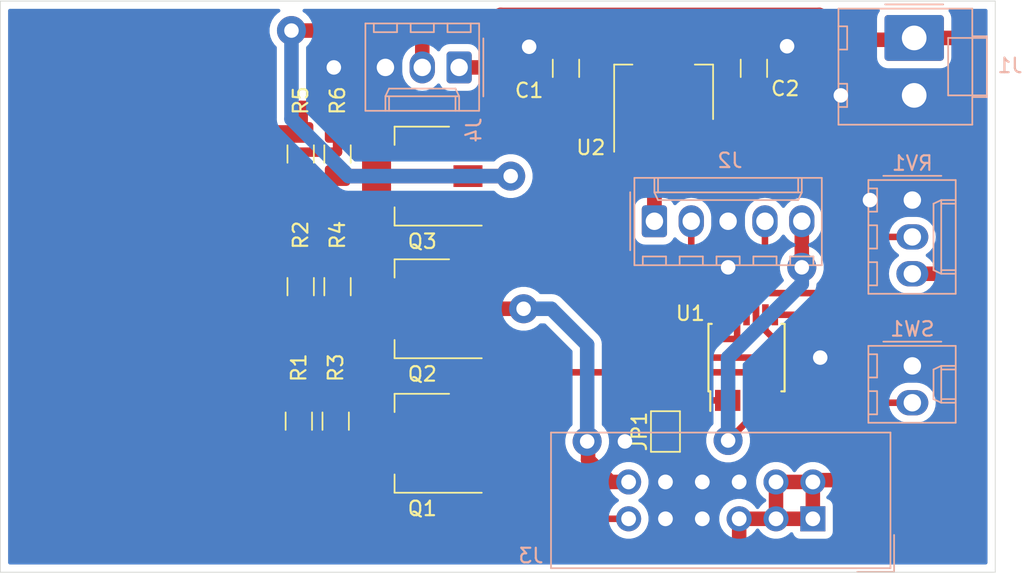
<source format=kicad_pcb>
(kicad_pcb (version 20171130) (host pcbnew 5.1.5-52549c5~86~ubuntu18.04.1)

  (general
    (thickness 1.6)
    (drawings 5)
    (tracks 201)
    (zones 0)
    (modules 20)
    (nets 22)
  )

  (page A4)
  (layers
    (0 F.Cu signal)
    (31 B.Cu signal)
    (32 B.Adhes user)
    (33 F.Adhes user)
    (34 B.Paste user)
    (35 F.Paste user)
    (36 B.SilkS user)
    (37 F.SilkS user)
    (38 B.Mask user)
    (39 F.Mask user)
    (40 Dwgs.User user)
    (41 Cmts.User user)
    (42 Eco1.User user)
    (43 Eco2.User user)
    (44 Edge.Cuts user)
    (45 Margin user)
    (46 B.CrtYd user)
    (47 F.CrtYd user)
    (48 B.Fab user hide)
    (49 F.Fab user hide)
  )

  (setup
    (last_trace_width 1)
    (user_trace_width 0.45)
    (user_trace_width 0.65)
    (user_trace_width 1)
    (trace_clearance 0.2)
    (zone_clearance 0.508)
    (zone_45_only no)
    (trace_min 0.2)
    (via_size 0.8)
    (via_drill 0.4)
    (via_min_size 0.4)
    (via_min_drill 0.3)
    (user_via 2 1)
    (uvia_size 0.3)
    (uvia_drill 0.1)
    (uvias_allowed no)
    (uvia_min_size 0.2)
    (uvia_min_drill 0.1)
    (edge_width 0.05)
    (segment_width 0.2)
    (pcb_text_width 0.3)
    (pcb_text_size 1.5 1.5)
    (mod_edge_width 0.12)
    (mod_text_size 1 1)
    (mod_text_width 0.15)
    (pad_size 1.524 1.524)
    (pad_drill 0.762)
    (pad_to_mask_clearance 0.051)
    (solder_mask_min_width 0.25)
    (aux_axis_origin 0 0)
    (visible_elements FFFFFF7F)
    (pcbplotparams
      (layerselection 0x00000_7fffffff)
      (usegerberextensions false)
      (usegerberattributes false)
      (usegerberadvancedattributes false)
      (creategerberjobfile false)
      (excludeedgelayer true)
      (linewidth 0.100000)
      (plotframeref false)
      (viasonmask false)
      (mode 1)
      (useauxorigin false)
      (hpglpennumber 1)
      (hpglpenspeed 20)
      (hpglpendiameter 15.000000)
      (psnegative true)
      (psa4output false)
      (plotreference true)
      (plotvalue true)
      (plotinvisibletext false)
      (padsonsilk false)
      (subtractmaskfromsilk false)
      (outputformat 5)
      (mirror true)
      (drillshape 2)
      (scaleselection 1)
      (outputdirectory ""))
  )

  (net 0 "")
  (net 1 GNDS)
  (net 2 +5V)
  (net 3 /LED_Controller_Module/NRST)
  (net 4 /LED_Controller_Module/SWDIO)
  (net 5 /LED_Controller_Module/SWCLK)
  (net 6 /LED_Controller_Module/LED_ADC)
  (net 7 /LED_Controller_Module/LID_SW)
  (net 8 "Net-(U1-Pad11)")
  (net 9 "Net-(U1-Pad3)")
  (net 10 "Net-(U1-Pad2)")
  (net 11 /LED_Controller_Module/UV_LED_PWM)
  (net 12 /LED_Controller_Module/LED_PWM)
  (net 13 +3V3)
  (net 14 "Net-(JP1-Pad2)")
  (net 15 "Net-(Q1-Pad1)")
  (net 16 "Net-(Q2-Pad1)")
  (net 17 "Net-(Q3-Pad1)")
  (net 18 /LED_Controller_Module/STATUS_PWM)
  (net 19 /LED_PWM_OUT)
  (net 20 /UV_PWM_OUT)
  (net 21 /STATUS_PWM_OUT)

  (net_class Default "This is the default net class."
    (clearance 0.2)
    (trace_width 0.25)
    (via_dia 0.8)
    (via_drill 0.4)
    (uvia_dia 0.3)
    (uvia_drill 0.1)
    (add_net +3V3)
    (add_net +5V)
    (add_net /LED_Controller_Module/LED_ADC)
    (add_net /LED_Controller_Module/LED_PWM)
    (add_net /LED_Controller_Module/LID_SW)
    (add_net /LED_Controller_Module/NRST)
    (add_net /LED_Controller_Module/STATUS_PWM)
    (add_net /LED_Controller_Module/SWCLK)
    (add_net /LED_Controller_Module/SWDIO)
    (add_net /LED_Controller_Module/UV_LED_PWM)
    (add_net /LED_PWM_OUT)
    (add_net /STATUS_PWM_OUT)
    (add_net /UV_PWM_OUT)
    (add_net GNDS)
    (add_net "Net-(JP1-Pad2)")
    (add_net "Net-(Q1-Pad1)")
    (add_net "Net-(Q2-Pad1)")
    (add_net "Net-(Q3-Pad1)")
    (add_net "Net-(U1-Pad11)")
    (add_net "Net-(U1-Pad2)")
    (add_net "Net-(U1-Pad3)")
  )

  (module Package_TO_SOT_SMD:SOT-223-3_TabPin2 (layer F.Cu) (tedit 5A02FF57) (tstamp 5EA62DFC)
    (at 96.52 57.0865 90)
    (descr "module CMS SOT223 4 pins")
    (tags "CMS SOT")
    (path /5EAB227C/5EAEE911)
    (attr smd)
    (fp_text reference U2 (at -3.81 -5.0165 180) (layer F.SilkS)
      (effects (font (size 1 1) (thickness 0.15)))
    )
    (fp_text value MCP1703A-3302_SOT223 (at 0 4.5 90) (layer F.Fab)
      (effects (font (size 1 1) (thickness 0.15)))
    )
    (fp_line (start 1.85 -3.35) (end 1.85 3.35) (layer F.Fab) (width 0.1))
    (fp_line (start -1.85 3.35) (end 1.85 3.35) (layer F.Fab) (width 0.1))
    (fp_line (start -4.1 -3.41) (end 1.91 -3.41) (layer F.SilkS) (width 0.12))
    (fp_line (start -0.85 -3.35) (end 1.85 -3.35) (layer F.Fab) (width 0.1))
    (fp_line (start -1.85 3.41) (end 1.91 3.41) (layer F.SilkS) (width 0.12))
    (fp_line (start -1.85 -2.35) (end -1.85 3.35) (layer F.Fab) (width 0.1))
    (fp_line (start -1.85 -2.35) (end -0.85 -3.35) (layer F.Fab) (width 0.1))
    (fp_line (start -4.4 -3.6) (end -4.4 3.6) (layer F.CrtYd) (width 0.05))
    (fp_line (start -4.4 3.6) (end 4.4 3.6) (layer F.CrtYd) (width 0.05))
    (fp_line (start 4.4 3.6) (end 4.4 -3.6) (layer F.CrtYd) (width 0.05))
    (fp_line (start 4.4 -3.6) (end -4.4 -3.6) (layer F.CrtYd) (width 0.05))
    (fp_line (start 1.91 -3.41) (end 1.91 -2.15) (layer F.SilkS) (width 0.12))
    (fp_line (start 1.91 3.41) (end 1.91 2.15) (layer F.SilkS) (width 0.12))
    (fp_text user %R (at 0 0) (layer F.Fab)
      (effects (font (size 0.8 0.8) (thickness 0.12)))
    )
    (pad 1 smd rect (at -3.15 -2.3 90) (size 2 1.5) (layers F.Cu F.Paste F.Mask)
      (net 2 +5V))
    (pad 3 smd rect (at -3.15 2.3 90) (size 2 1.5) (layers F.Cu F.Paste F.Mask)
      (net 13 +3V3))
    (pad 2 smd rect (at -3.15 0 90) (size 2 1.5) (layers F.Cu F.Paste F.Mask)
      (net 1 GNDS))
    (pad 2 smd rect (at 3.15 0 90) (size 2 3.8) (layers F.Cu F.Paste F.Mask)
      (net 1 GNDS))
    (model ${KISYS3DMOD}/Package_TO_SOT_SMD.3dshapes/SOT-223.wrl
      (at (xyz 0 0 0))
      (scale (xyz 1 1 1))
      (rotate (xyz 0 0 0))
    )
  )

  (module Resistor_SMD:R_1206_3216Metric_Pad1.42x1.75mm_HandSolder (layer F.Cu) (tedit 5B301BBD) (tstamp 5EA5C588)
    (at 74.041 61.341 270)
    (descr "Resistor SMD 1206 (3216 Metric), square (rectangular) end terminal, IPC_7351 nominal with elongated pad for handsoldering. (Body size source: http://www.tortai-tech.com/upload/download/2011102023233369053.pdf), generated with kicad-footprint-generator")
    (tags "resistor handsolder")
    (path /5EA7D554)
    (attr smd)
    (fp_text reference R6 (at -3.683 0 90) (layer F.SilkS)
      (effects (font (size 1 1) (thickness 0.15)))
    )
    (fp_text value 2K2 (at 0 1.82 90) (layer F.Fab)
      (effects (font (size 1 1) (thickness 0.15)))
    )
    (fp_text user %R (at 0 0 90) (layer F.Fab)
      (effects (font (size 0.8 0.8) (thickness 0.12)))
    )
    (fp_line (start 2.45 1.12) (end -2.45 1.12) (layer F.CrtYd) (width 0.05))
    (fp_line (start 2.45 -1.12) (end 2.45 1.12) (layer F.CrtYd) (width 0.05))
    (fp_line (start -2.45 -1.12) (end 2.45 -1.12) (layer F.CrtYd) (width 0.05))
    (fp_line (start -2.45 1.12) (end -2.45 -1.12) (layer F.CrtYd) (width 0.05))
    (fp_line (start -0.602064 0.91) (end 0.602064 0.91) (layer F.SilkS) (width 0.12))
    (fp_line (start -0.602064 -0.91) (end 0.602064 -0.91) (layer F.SilkS) (width 0.12))
    (fp_line (start 1.6 0.8) (end -1.6 0.8) (layer F.Fab) (width 0.1))
    (fp_line (start 1.6 -0.8) (end 1.6 0.8) (layer F.Fab) (width 0.1))
    (fp_line (start -1.6 -0.8) (end 1.6 -0.8) (layer F.Fab) (width 0.1))
    (fp_line (start -1.6 0.8) (end -1.6 -0.8) (layer F.Fab) (width 0.1))
    (pad 2 smd roundrect (at 1.4875 0 270) (size 1.425 1.75) (layers F.Cu F.Paste F.Mask) (roundrect_rratio 0.175439)
      (net 21 /STATUS_PWM_OUT))
    (pad 1 smd roundrect (at -1.4875 0 270) (size 1.425 1.75) (layers F.Cu F.Paste F.Mask) (roundrect_rratio 0.175439)
      (net 2 +5V))
    (model ${KISYS3DMOD}/Resistor_SMD.3dshapes/R_1206_3216Metric.wrl
      (at (xyz 0 0 0))
      (scale (xyz 1 1 1))
      (rotate (xyz 0 0 0))
    )
  )

  (module Resistor_SMD:R_1206_3216Metric_Pad1.42x1.75mm_HandSolder (layer F.Cu) (tedit 5B301BBD) (tstamp 5EA60860)
    (at 71.501 61.341 270)
    (descr "Resistor SMD 1206 (3216 Metric), square (rectangular) end terminal, IPC_7351 nominal with elongated pad for handsoldering. (Body size source: http://www.tortai-tech.com/upload/download/2011102023233369053.pdf), generated with kicad-footprint-generator")
    (tags "resistor handsolder")
    (path /5EA7D54D)
    (attr smd)
    (fp_text reference R5 (at -3.683 0 90) (layer F.SilkS)
      (effects (font (size 1 1) (thickness 0.15)))
    )
    (fp_text value 1K (at 0 1.82 90) (layer F.Fab)
      (effects (font (size 1 1) (thickness 0.15)))
    )
    (fp_text user %R (at 0 0 90) (layer F.Fab)
      (effects (font (size 0.8 0.8) (thickness 0.12)))
    )
    (fp_line (start 2.45 1.12) (end -2.45 1.12) (layer F.CrtYd) (width 0.05))
    (fp_line (start 2.45 -1.12) (end 2.45 1.12) (layer F.CrtYd) (width 0.05))
    (fp_line (start -2.45 -1.12) (end 2.45 -1.12) (layer F.CrtYd) (width 0.05))
    (fp_line (start -2.45 1.12) (end -2.45 -1.12) (layer F.CrtYd) (width 0.05))
    (fp_line (start -0.602064 0.91) (end 0.602064 0.91) (layer F.SilkS) (width 0.12))
    (fp_line (start -0.602064 -0.91) (end 0.602064 -0.91) (layer F.SilkS) (width 0.12))
    (fp_line (start 1.6 0.8) (end -1.6 0.8) (layer F.Fab) (width 0.1))
    (fp_line (start 1.6 -0.8) (end 1.6 0.8) (layer F.Fab) (width 0.1))
    (fp_line (start -1.6 -0.8) (end 1.6 -0.8) (layer F.Fab) (width 0.1))
    (fp_line (start -1.6 0.8) (end -1.6 -0.8) (layer F.Fab) (width 0.1))
    (pad 2 smd roundrect (at 1.4875 0 270) (size 1.425 1.75) (layers F.Cu F.Paste F.Mask) (roundrect_rratio 0.175439)
      (net 17 "Net-(Q3-Pad1)"))
    (pad 1 smd roundrect (at -1.4875 0 270) (size 1.425 1.75) (layers F.Cu F.Paste F.Mask) (roundrect_rratio 0.175439)
      (net 13 +3V3))
    (model ${KISYS3DMOD}/Resistor_SMD.3dshapes/R_1206_3216Metric.wrl
      (at (xyz 0 0 0))
      (scale (xyz 1 1 1))
      (rotate (xyz 0 0 0))
    )
  )

  (module Package_TO_SOT_SMD:SOT-223-3_TabPin2 (layer F.Cu) (tedit 5A02FF57) (tstamp 5EA5C4E6)
    (at 79.883 62.865 180)
    (descr "module CMS SOT223 4 pins")
    (tags "CMS SOT")
    (path /5EA7D56C)
    (attr smd)
    (fp_text reference Q3 (at 0 -4.5) (layer F.SilkS)
      (effects (font (size 1 1) (thickness 0.15)))
    )
    (fp_text value Q_NPN_BCE (at 0 4.5) (layer F.Fab)
      (effects (font (size 1 1) (thickness 0.15)))
    )
    (fp_line (start 1.85 -3.35) (end 1.85 3.35) (layer F.Fab) (width 0.1))
    (fp_line (start -1.85 3.35) (end 1.85 3.35) (layer F.Fab) (width 0.1))
    (fp_line (start -4.1 -3.41) (end 1.91 -3.41) (layer F.SilkS) (width 0.12))
    (fp_line (start -0.85 -3.35) (end 1.85 -3.35) (layer F.Fab) (width 0.1))
    (fp_line (start -1.85 3.41) (end 1.91 3.41) (layer F.SilkS) (width 0.12))
    (fp_line (start -1.85 -2.35) (end -1.85 3.35) (layer F.Fab) (width 0.1))
    (fp_line (start -1.85 -2.35) (end -0.85 -3.35) (layer F.Fab) (width 0.1))
    (fp_line (start -4.4 -3.6) (end -4.4 3.6) (layer F.CrtYd) (width 0.05))
    (fp_line (start -4.4 3.6) (end 4.4 3.6) (layer F.CrtYd) (width 0.05))
    (fp_line (start 4.4 3.6) (end 4.4 -3.6) (layer F.CrtYd) (width 0.05))
    (fp_line (start 4.4 -3.6) (end -4.4 -3.6) (layer F.CrtYd) (width 0.05))
    (fp_line (start 1.91 -3.41) (end 1.91 -2.15) (layer F.SilkS) (width 0.12))
    (fp_line (start 1.91 3.41) (end 1.91 2.15) (layer F.SilkS) (width 0.12))
    (fp_text user %R (at 0 0 90) (layer F.Fab)
      (effects (font (size 0.8 0.8) (thickness 0.12)))
    )
    (pad 1 smd rect (at -3.15 -2.3 180) (size 2 1.5) (layers F.Cu F.Paste F.Mask)
      (net 17 "Net-(Q3-Pad1)"))
    (pad 3 smd rect (at -3.15 2.3 180) (size 2 1.5) (layers F.Cu F.Paste F.Mask)
      (net 18 /LED_Controller_Module/STATUS_PWM))
    (pad 2 smd rect (at -3.15 0 180) (size 2 1.5) (layers F.Cu F.Paste F.Mask)
      (net 21 /STATUS_PWM_OUT))
    (pad 2 smd rect (at 3.15 0 180) (size 2 3.8) (layers F.Cu F.Paste F.Mask)
      (net 21 /STATUS_PWM_OUT))
    (model ${KISYS3DMOD}/Package_TO_SOT_SMD.3dshapes/SOT-223.wrl
      (at (xyz 0 0 0))
      (scale (xyz 1 1 1))
      (rotate (xyz 0 0 0))
    )
  )

  (module Package_TO_SOT_SMD:SOT-223-3_TabPin2 (layer F.Cu) (tedit 5A02FF57) (tstamp 5EA5C4D0)
    (at 79.883 72.009 180)
    (descr "module CMS SOT223 4 pins")
    (tags "CMS SOT")
    (path /5EA62741)
    (attr smd)
    (fp_text reference Q2 (at 0 -4.5) (layer F.SilkS)
      (effects (font (size 1 1) (thickness 0.15)))
    )
    (fp_text value Q_NPN_BCE (at 0 4.5) (layer F.Fab)
      (effects (font (size 1 1) (thickness 0.15)))
    )
    (fp_line (start 1.85 -3.35) (end 1.85 3.35) (layer F.Fab) (width 0.1))
    (fp_line (start -1.85 3.35) (end 1.85 3.35) (layer F.Fab) (width 0.1))
    (fp_line (start -4.1 -3.41) (end 1.91 -3.41) (layer F.SilkS) (width 0.12))
    (fp_line (start -0.85 -3.35) (end 1.85 -3.35) (layer F.Fab) (width 0.1))
    (fp_line (start -1.85 3.41) (end 1.91 3.41) (layer F.SilkS) (width 0.12))
    (fp_line (start -1.85 -2.35) (end -1.85 3.35) (layer F.Fab) (width 0.1))
    (fp_line (start -1.85 -2.35) (end -0.85 -3.35) (layer F.Fab) (width 0.1))
    (fp_line (start -4.4 -3.6) (end -4.4 3.6) (layer F.CrtYd) (width 0.05))
    (fp_line (start -4.4 3.6) (end 4.4 3.6) (layer F.CrtYd) (width 0.05))
    (fp_line (start 4.4 3.6) (end 4.4 -3.6) (layer F.CrtYd) (width 0.05))
    (fp_line (start 4.4 -3.6) (end -4.4 -3.6) (layer F.CrtYd) (width 0.05))
    (fp_line (start 1.91 -3.41) (end 1.91 -2.15) (layer F.SilkS) (width 0.12))
    (fp_line (start 1.91 3.41) (end 1.91 2.15) (layer F.SilkS) (width 0.12))
    (fp_text user %R (at 0 0 90) (layer F.Fab)
      (effects (font (size 0.8 0.8) (thickness 0.12)))
    )
    (pad 1 smd rect (at -3.15 -2.3 180) (size 2 1.5) (layers F.Cu F.Paste F.Mask)
      (net 16 "Net-(Q2-Pad1)"))
    (pad 3 smd rect (at -3.15 2.3 180) (size 2 1.5) (layers F.Cu F.Paste F.Mask)
      (net 12 /LED_Controller_Module/LED_PWM))
    (pad 2 smd rect (at -3.15 0 180) (size 2 1.5) (layers F.Cu F.Paste F.Mask)
      (net 19 /LED_PWM_OUT))
    (pad 2 smd rect (at 3.15 0 180) (size 2 3.8) (layers F.Cu F.Paste F.Mask)
      (net 19 /LED_PWM_OUT))
    (model ${KISYS3DMOD}/Package_TO_SOT_SMD.3dshapes/SOT-223.wrl
      (at (xyz 0 0 0))
      (scale (xyz 1 1 1))
      (rotate (xyz 0 0 0))
    )
  )

  (module Package_TO_SOT_SMD:SOT-223-3_TabPin2 (layer F.Cu) (tedit 5A02FF57) (tstamp 5EA5C4BA)
    (at 79.883 81.28 180)
    (descr "module CMS SOT223 4 pins")
    (tags "CMS SOT")
    (path /5EA5D19B)
    (attr smd)
    (fp_text reference Q1 (at 0 -4.5) (layer F.SilkS)
      (effects (font (size 1 1) (thickness 0.15)))
    )
    (fp_text value Q_NPN_BCE (at 0 4.5) (layer F.Fab)
      (effects (font (size 1 1) (thickness 0.15)))
    )
    (fp_line (start 1.85 -3.35) (end 1.85 3.35) (layer F.Fab) (width 0.1))
    (fp_line (start -1.85 3.35) (end 1.85 3.35) (layer F.Fab) (width 0.1))
    (fp_line (start -4.1 -3.41) (end 1.91 -3.41) (layer F.SilkS) (width 0.12))
    (fp_line (start -0.85 -3.35) (end 1.85 -3.35) (layer F.Fab) (width 0.1))
    (fp_line (start -1.85 3.41) (end 1.91 3.41) (layer F.SilkS) (width 0.12))
    (fp_line (start -1.85 -2.35) (end -1.85 3.35) (layer F.Fab) (width 0.1))
    (fp_line (start -1.85 -2.35) (end -0.85 -3.35) (layer F.Fab) (width 0.1))
    (fp_line (start -4.4 -3.6) (end -4.4 3.6) (layer F.CrtYd) (width 0.05))
    (fp_line (start -4.4 3.6) (end 4.4 3.6) (layer F.CrtYd) (width 0.05))
    (fp_line (start 4.4 3.6) (end 4.4 -3.6) (layer F.CrtYd) (width 0.05))
    (fp_line (start 4.4 -3.6) (end -4.4 -3.6) (layer F.CrtYd) (width 0.05))
    (fp_line (start 1.91 -3.41) (end 1.91 -2.15) (layer F.SilkS) (width 0.12))
    (fp_line (start 1.91 3.41) (end 1.91 2.15) (layer F.SilkS) (width 0.12))
    (fp_text user %R (at 0 0 90) (layer F.Fab)
      (effects (font (size 0.8 0.8) (thickness 0.12)))
    )
    (pad 1 smd rect (at -3.15 -2.3 180) (size 2 1.5) (layers F.Cu F.Paste F.Mask)
      (net 15 "Net-(Q1-Pad1)"))
    (pad 3 smd rect (at -3.15 2.3 180) (size 2 1.5) (layers F.Cu F.Paste F.Mask)
      (net 11 /LED_Controller_Module/UV_LED_PWM))
    (pad 2 smd rect (at -3.15 0 180) (size 2 1.5) (layers F.Cu F.Paste F.Mask)
      (net 20 /UV_PWM_OUT))
    (pad 2 smd rect (at 3.15 0 180) (size 2 3.8) (layers F.Cu F.Paste F.Mask)
      (net 20 /UV_PWM_OUT))
    (model ${KISYS3DMOD}/Package_TO_SOT_SMD.3dshapes/SOT-223.wrl
      (at (xyz 0 0 0))
      (scale (xyz 1 1 1))
      (rotate (xyz 0 0 0))
    )
  )

  (module Jumper:SolderJumper-2_P1.3mm_Bridged_Pad1.0x1.5mm (layer F.Cu) (tedit 5C756AB2) (tstamp 5EA630BF)
    (at 96.647 80.4695 90)
    (descr "SMD Solder Jumper, 1x1.5mm Pads, 0.3mm gap, bridged with 1 copper strip")
    (tags "solder jumper open")
    (path /5EAB227C/5EA6AD24)
    (attr virtual)
    (fp_text reference JP1 (at 0 -1.8 90) (layer F.SilkS)
      (effects (font (size 1 1) (thickness 0.15)))
    )
    (fp_text value Jumper_NC_Small (at 0 1.9 90) (layer F.Fab)
      (effects (font (size 1 1) (thickness 0.15)))
    )
    (fp_poly (pts (xy -0.25 -0.3) (xy 0.25 -0.3) (xy 0.25 0.3) (xy -0.25 0.3)) (layer F.Cu) (width 0))
    (fp_line (start 1.65 1.25) (end -1.65 1.25) (layer F.CrtYd) (width 0.05))
    (fp_line (start 1.65 1.25) (end 1.65 -1.25) (layer F.CrtYd) (width 0.05))
    (fp_line (start -1.65 -1.25) (end -1.65 1.25) (layer F.CrtYd) (width 0.05))
    (fp_line (start -1.65 -1.25) (end 1.65 -1.25) (layer F.CrtYd) (width 0.05))
    (fp_line (start -1.4 -1) (end 1.4 -1) (layer F.SilkS) (width 0.12))
    (fp_line (start 1.4 -1) (end 1.4 1) (layer F.SilkS) (width 0.12))
    (fp_line (start 1.4 1) (end -1.4 1) (layer F.SilkS) (width 0.12))
    (fp_line (start -1.4 1) (end -1.4 -1) (layer F.SilkS) (width 0.12))
    (pad 2 smd rect (at 0.65 0 90) (size 1 1.5) (layers F.Cu F.Mask)
      (net 14 "Net-(JP1-Pad2)"))
    (pad 1 smd rect (at -0.65 0 90) (size 1 1.5) (layers F.Cu F.Mask)
      (net 1 GNDS))
  )

  (module Connector_Molex:Molex_KK-254_AE-6410-03A_1x03_P2.54mm_Vertical (layer B.Cu) (tedit 5B78013E) (tstamp 5EA5C495)
    (at 82.423 55.372 180)
    (descr "Molex KK-254 Interconnect System, old/engineering part number: AE-6410-03A example for new part number: 22-27-2031, 3 Pins (http://www.molex.com/pdm_docs/sd/022272021_sd.pdf), generated with kicad-footprint-generator")
    (tags "connector Molex KK-254 side entry")
    (path /5EA93C14)
    (fp_text reference J4 (at -1.016 -4.318 90) (layer B.SilkS)
      (effects (font (size 1 1) (thickness 0.15)) (justify mirror))
    )
    (fp_text value Conn_01x03 (at 2.54 -4.08) (layer B.Fab)
      (effects (font (size 1 1) (thickness 0.15)) (justify mirror))
    )
    (fp_text user %R (at 2.54 2.22) (layer B.Fab)
      (effects (font (size 1 1) (thickness 0.15)) (justify mirror))
    )
    (fp_line (start 6.85 3.42) (end -1.77 3.42) (layer B.CrtYd) (width 0.05))
    (fp_line (start 6.85 -3.38) (end 6.85 3.42) (layer B.CrtYd) (width 0.05))
    (fp_line (start -1.77 -3.38) (end 6.85 -3.38) (layer B.CrtYd) (width 0.05))
    (fp_line (start -1.77 3.42) (end -1.77 -3.38) (layer B.CrtYd) (width 0.05))
    (fp_line (start 5.88 2.43) (end 5.88 3.03) (layer B.SilkS) (width 0.12))
    (fp_line (start 4.28 2.43) (end 5.88 2.43) (layer B.SilkS) (width 0.12))
    (fp_line (start 4.28 3.03) (end 4.28 2.43) (layer B.SilkS) (width 0.12))
    (fp_line (start 3.34 2.43) (end 3.34 3.03) (layer B.SilkS) (width 0.12))
    (fp_line (start 1.74 2.43) (end 3.34 2.43) (layer B.SilkS) (width 0.12))
    (fp_line (start 1.74 3.03) (end 1.74 2.43) (layer B.SilkS) (width 0.12))
    (fp_line (start 0.8 2.43) (end 0.8 3.03) (layer B.SilkS) (width 0.12))
    (fp_line (start -0.8 2.43) (end 0.8 2.43) (layer B.SilkS) (width 0.12))
    (fp_line (start -0.8 3.03) (end -0.8 2.43) (layer B.SilkS) (width 0.12))
    (fp_line (start 4.83 -2.99) (end 4.83 -1.99) (layer B.SilkS) (width 0.12))
    (fp_line (start 0.25 -2.99) (end 0.25 -1.99) (layer B.SilkS) (width 0.12))
    (fp_line (start 4.83 -1.46) (end 5.08 -1.99) (layer B.SilkS) (width 0.12))
    (fp_line (start 0.25 -1.46) (end 4.83 -1.46) (layer B.SilkS) (width 0.12))
    (fp_line (start 0 -1.99) (end 0.25 -1.46) (layer B.SilkS) (width 0.12))
    (fp_line (start 5.08 -1.99) (end 5.08 -2.99) (layer B.SilkS) (width 0.12))
    (fp_line (start 0 -1.99) (end 5.08 -1.99) (layer B.SilkS) (width 0.12))
    (fp_line (start 0 -2.99) (end 0 -1.99) (layer B.SilkS) (width 0.12))
    (fp_line (start -0.562893 0) (end -1.27 -0.5) (layer B.Fab) (width 0.1))
    (fp_line (start -1.27 0.5) (end -0.562893 0) (layer B.Fab) (width 0.1))
    (fp_line (start -1.67 2) (end -1.67 -2) (layer B.SilkS) (width 0.12))
    (fp_line (start 6.46 3.03) (end -1.38 3.03) (layer B.SilkS) (width 0.12))
    (fp_line (start 6.46 -2.99) (end 6.46 3.03) (layer B.SilkS) (width 0.12))
    (fp_line (start -1.38 -2.99) (end 6.46 -2.99) (layer B.SilkS) (width 0.12))
    (fp_line (start -1.38 3.03) (end -1.38 -2.99) (layer B.SilkS) (width 0.12))
    (fp_line (start 6.35 2.92) (end -1.27 2.92) (layer B.Fab) (width 0.1))
    (fp_line (start 6.35 -2.88) (end 6.35 2.92) (layer B.Fab) (width 0.1))
    (fp_line (start -1.27 -2.88) (end 6.35 -2.88) (layer B.Fab) (width 0.1))
    (fp_line (start -1.27 2.92) (end -1.27 -2.88) (layer B.Fab) (width 0.1))
    (pad 3 thru_hole oval (at 5.08 0 180) (size 1.74 2.2) (drill 1.2) (layers *.Cu *.Mask)
      (net 1 GNDS))
    (pad 2 thru_hole oval (at 2.54 0 180) (size 1.74 2.2) (drill 1.2) (layers *.Cu *.Mask)
      (net 21 /STATUS_PWM_OUT))
    (pad 1 thru_hole roundrect (at 0 0 180) (size 1.74 2.2) (drill 1.2) (layers *.Cu *.Mask) (roundrect_rratio 0.143678)
      (net 2 +5V))
    (model ${KISYS3DMOD}/Connector_Molex.3dshapes/Molex_KK-254_AE-6410-03A_1x03_P2.54mm_Vertical.wrl
      (at (xyz 0 0 0))
      (scale (xyz 1 1 1))
      (rotate (xyz 0 0 0))
    )
  )

  (module Connector_IDC:IDC-Header_2x06_P2.54mm_Vertical (layer B.Cu) (tedit 59DE051E) (tstamp 5EA62C28)
    (at 106.807 86.487 90)
    (descr "Through hole straight IDC box header, 2x06, 2.54mm pitch, double rows")
    (tags "Through hole IDC box header THT 2x06 2.54mm double row")
    (path /5EA42E14)
    (fp_text reference J3 (at -2.54 -19.431) (layer B.SilkS)
      (effects (font (size 1 1) (thickness 0.15)) (justify mirror))
    )
    (fp_text value Conn_02x06_Odd_Even (at 1.27 -19.304 270) (layer B.Fab)
      (effects (font (size 1 1) (thickness 0.15)) (justify mirror))
    )
    (fp_line (start -3.655 5.6) (end -1.115 5.6) (layer B.SilkS) (width 0.12))
    (fp_line (start -3.655 5.6) (end -3.655 3.06) (layer B.SilkS) (width 0.12))
    (fp_line (start -3.405 5.35) (end 5.945 5.35) (layer B.SilkS) (width 0.12))
    (fp_line (start -3.405 -18.05) (end -3.405 5.35) (layer B.SilkS) (width 0.12))
    (fp_line (start 5.945 -18.05) (end -3.405 -18.05) (layer B.SilkS) (width 0.12))
    (fp_line (start 5.945 5.35) (end 5.945 -18.05) (layer B.SilkS) (width 0.12))
    (fp_line (start -3.41 5.35) (end 5.95 5.35) (layer B.CrtYd) (width 0.05))
    (fp_line (start -3.41 -18.05) (end -3.41 5.35) (layer B.CrtYd) (width 0.05))
    (fp_line (start 5.95 -18.05) (end -3.41 -18.05) (layer B.CrtYd) (width 0.05))
    (fp_line (start 5.95 5.35) (end 5.95 -18.05) (layer B.CrtYd) (width 0.05))
    (fp_line (start -3.155 -17.8) (end -2.605 -17.24) (layer B.Fab) (width 0.1))
    (fp_line (start -3.155 5.1) (end -2.605 4.56) (layer B.Fab) (width 0.1))
    (fp_line (start 5.695 -17.8) (end 5.145 -17.24) (layer B.Fab) (width 0.1))
    (fp_line (start 5.695 5.1) (end 5.145 4.56) (layer B.Fab) (width 0.1))
    (fp_line (start 5.145 -17.24) (end -2.605 -17.24) (layer B.Fab) (width 0.1))
    (fp_line (start 5.695 -17.8) (end -3.155 -17.8) (layer B.Fab) (width 0.1))
    (fp_line (start 5.145 4.56) (end -2.605 4.56) (layer B.Fab) (width 0.1))
    (fp_line (start 5.695 5.1) (end -3.155 5.1) (layer B.Fab) (width 0.1))
    (fp_line (start -2.605 -8.6) (end -3.155 -8.6) (layer B.Fab) (width 0.1))
    (fp_line (start -2.605 -4.1) (end -3.155 -4.1) (layer B.Fab) (width 0.1))
    (fp_line (start -2.605 -8.6) (end -2.605 -17.24) (layer B.Fab) (width 0.1))
    (fp_line (start -2.605 4.56) (end -2.605 -4.1) (layer B.Fab) (width 0.1))
    (fp_line (start -3.155 5.1) (end -3.155 -17.8) (layer B.Fab) (width 0.1))
    (fp_line (start 5.145 4.56) (end 5.145 -17.24) (layer B.Fab) (width 0.1))
    (fp_line (start 5.695 5.1) (end 5.695 -17.8) (layer B.Fab) (width 0.1))
    (fp_text user %R (at 1.27 -6.35 270) (layer B.Fab)
      (effects (font (size 1 1) (thickness 0.15)) (justify mirror))
    )
    (pad 12 thru_hole oval (at 2.54 -12.7 90) (size 1.7272 1.7272) (drill 1.016) (layers *.Cu *.Mask)
      (net 19 /LED_PWM_OUT))
    (pad 11 thru_hole oval (at 0 -12.7 90) (size 1.7272 1.7272) (drill 1.016) (layers *.Cu *.Mask)
      (net 20 /UV_PWM_OUT))
    (pad 10 thru_hole oval (at 2.54 -10.16 90) (size 1.7272 1.7272) (drill 1.016) (layers *.Cu *.Mask)
      (net 1 GNDS))
    (pad 9 thru_hole oval (at 0 -10.16 90) (size 1.7272 1.7272) (drill 1.016) (layers *.Cu *.Mask)
      (net 1 GNDS))
    (pad 8 thru_hole oval (at 2.54 -7.62 90) (size 1.7272 1.7272) (drill 1.016) (layers *.Cu *.Mask)
      (net 1 GNDS))
    (pad 7 thru_hole oval (at 0 -7.62 90) (size 1.7272 1.7272) (drill 1.016) (layers *.Cu *.Mask)
      (net 1 GNDS))
    (pad 6 thru_hole oval (at 2.54 -5.08 90) (size 1.7272 1.7272) (drill 1.016) (layers *.Cu *.Mask)
      (net 1 GNDS))
    (pad 5 thru_hole oval (at 0 -5.08 90) (size 1.7272 1.7272) (drill 1.016) (layers *.Cu *.Mask)
      (net 2 +5V))
    (pad 4 thru_hole oval (at 2.54 -2.54 90) (size 1.7272 1.7272) (drill 1.016) (layers *.Cu *.Mask)
      (net 2 +5V))
    (pad 3 thru_hole oval (at 0 -2.54 90) (size 1.7272 1.7272) (drill 1.016) (layers *.Cu *.Mask)
      (net 2 +5V))
    (pad 2 thru_hole oval (at 2.54 0 90) (size 1.7272 1.7272) (drill 1.016) (layers *.Cu *.Mask)
      (net 2 +5V))
    (pad 1 thru_hole rect (at 0 0 90) (size 1.7272 1.7272) (drill 1.016) (layers *.Cu *.Mask)
      (net 2 +5V))
    (model ${KISYS3DMOD}/Connector_IDC.3dshapes/IDC-Header_2x06_P2.54mm_Vertical.wrl
      (at (xyz 0 0 0))
      (scale (xyz 1 1 1))
      (rotate (xyz 0 0 0))
    )
  )

  (module Resistor_SMD:R_1206_3216Metric_Pad1.42x1.75mm_HandSolder (layer F.Cu) (tedit 5B301BBD) (tstamp 5EA4BB7D)
    (at 74.041 70.485 270)
    (descr "Resistor SMD 1206 (3216 Metric), square (rectangular) end terminal, IPC_7351 nominal with elongated pad for handsoldering. (Body size source: http://www.tortai-tech.com/upload/download/2011102023233369053.pdf), generated with kicad-footprint-generator")
    (tags "resistor handsolder")
    (path /5EA7D30C)
    (attr smd)
    (fp_text reference R4 (at -3.556 0 90) (layer F.SilkS)
      (effects (font (size 1 1) (thickness 0.15)))
    )
    (fp_text value 2K2 (at 0 1.82 90) (layer F.Fab)
      (effects (font (size 1 1) (thickness 0.15)))
    )
    (fp_text user %R (at 0 0 90) (layer F.Fab)
      (effects (font (size 0.8 0.8) (thickness 0.12)))
    )
    (fp_line (start 2.45 1.12) (end -2.45 1.12) (layer F.CrtYd) (width 0.05))
    (fp_line (start 2.45 -1.12) (end 2.45 1.12) (layer F.CrtYd) (width 0.05))
    (fp_line (start -2.45 -1.12) (end 2.45 -1.12) (layer F.CrtYd) (width 0.05))
    (fp_line (start -2.45 1.12) (end -2.45 -1.12) (layer F.CrtYd) (width 0.05))
    (fp_line (start -0.602064 0.91) (end 0.602064 0.91) (layer F.SilkS) (width 0.12))
    (fp_line (start -0.602064 -0.91) (end 0.602064 -0.91) (layer F.SilkS) (width 0.12))
    (fp_line (start 1.6 0.8) (end -1.6 0.8) (layer F.Fab) (width 0.1))
    (fp_line (start 1.6 -0.8) (end 1.6 0.8) (layer F.Fab) (width 0.1))
    (fp_line (start -1.6 -0.8) (end 1.6 -0.8) (layer F.Fab) (width 0.1))
    (fp_line (start -1.6 0.8) (end -1.6 -0.8) (layer F.Fab) (width 0.1))
    (pad 2 smd roundrect (at 1.4875 0 270) (size 1.425 1.75) (layers F.Cu F.Paste F.Mask) (roundrect_rratio 0.175439)
      (net 19 /LED_PWM_OUT))
    (pad 1 smd roundrect (at -1.4875 0 270) (size 1.425 1.75) (layers F.Cu F.Paste F.Mask) (roundrect_rratio 0.175439)
      (net 2 +5V))
    (model ${KISYS3DMOD}/Resistor_SMD.3dshapes/R_1206_3216Metric.wrl
      (at (xyz 0 0 0))
      (scale (xyz 1 1 1))
      (rotate (xyz 0 0 0))
    )
  )

  (module Resistor_SMD:R_1206_3216Metric_Pad1.42x1.75mm_HandSolder (layer F.Cu) (tedit 5B301BBD) (tstamp 5EA4BB6C)
    (at 73.914 79.756 270)
    (descr "Resistor SMD 1206 (3216 Metric), square (rectangular) end terminal, IPC_7351 nominal with elongated pad for handsoldering. (Body size source: http://www.tortai-tech.com/upload/download/2011102023233369053.pdf), generated with kicad-footprint-generator")
    (tags "resistor handsolder")
    (path /5EA950A1)
    (attr smd)
    (fp_text reference R3 (at -3.683 0 90) (layer F.SilkS)
      (effects (font (size 1 1) (thickness 0.15)))
    )
    (fp_text value 2K2 (at 0 1.82 90) (layer F.Fab)
      (effects (font (size 1 1) (thickness 0.15)))
    )
    (fp_text user %R (at 0 0 90) (layer F.Fab)
      (effects (font (size 0.8 0.8) (thickness 0.12)))
    )
    (fp_line (start 2.45 1.12) (end -2.45 1.12) (layer F.CrtYd) (width 0.05))
    (fp_line (start 2.45 -1.12) (end 2.45 1.12) (layer F.CrtYd) (width 0.05))
    (fp_line (start -2.45 -1.12) (end 2.45 -1.12) (layer F.CrtYd) (width 0.05))
    (fp_line (start -2.45 1.12) (end -2.45 -1.12) (layer F.CrtYd) (width 0.05))
    (fp_line (start -0.602064 0.91) (end 0.602064 0.91) (layer F.SilkS) (width 0.12))
    (fp_line (start -0.602064 -0.91) (end 0.602064 -0.91) (layer F.SilkS) (width 0.12))
    (fp_line (start 1.6 0.8) (end -1.6 0.8) (layer F.Fab) (width 0.1))
    (fp_line (start 1.6 -0.8) (end 1.6 0.8) (layer F.Fab) (width 0.1))
    (fp_line (start -1.6 -0.8) (end 1.6 -0.8) (layer F.Fab) (width 0.1))
    (fp_line (start -1.6 0.8) (end -1.6 -0.8) (layer F.Fab) (width 0.1))
    (pad 2 smd roundrect (at 1.4875 0 270) (size 1.425 1.75) (layers F.Cu F.Paste F.Mask) (roundrect_rratio 0.175439)
      (net 20 /UV_PWM_OUT))
    (pad 1 smd roundrect (at -1.4875 0 270) (size 1.425 1.75) (layers F.Cu F.Paste F.Mask) (roundrect_rratio 0.175439)
      (net 2 +5V))
    (model ${KISYS3DMOD}/Resistor_SMD.3dshapes/R_1206_3216Metric.wrl
      (at (xyz 0 0 0))
      (scale (xyz 1 1 1))
      (rotate (xyz 0 0 0))
    )
  )

  (module Resistor_SMD:R_1206_3216Metric_Pad1.42x1.75mm_HandSolder (layer F.Cu) (tedit 5B301BBD) (tstamp 5EA4BB5B)
    (at 71.501 70.485 270)
    (descr "Resistor SMD 1206 (3216 Metric), square (rectangular) end terminal, IPC_7351 nominal with elongated pad for handsoldering. (Body size source: http://www.tortai-tech.com/upload/download/2011102023233369053.pdf), generated with kicad-footprint-generator")
    (tags "resistor handsolder")
    (path /5EA77EF9)
    (attr smd)
    (fp_text reference R2 (at -3.556 0 90) (layer F.SilkS)
      (effects (font (size 1 1) (thickness 0.15)))
    )
    (fp_text value 1K (at 0 1.82 90) (layer F.Fab)
      (effects (font (size 1 1) (thickness 0.15)))
    )
    (fp_text user %R (at 0 0 90) (layer F.Fab)
      (effects (font (size 0.8 0.8) (thickness 0.12)))
    )
    (fp_line (start 2.45 1.12) (end -2.45 1.12) (layer F.CrtYd) (width 0.05))
    (fp_line (start 2.45 -1.12) (end 2.45 1.12) (layer F.CrtYd) (width 0.05))
    (fp_line (start -2.45 -1.12) (end 2.45 -1.12) (layer F.CrtYd) (width 0.05))
    (fp_line (start -2.45 1.12) (end -2.45 -1.12) (layer F.CrtYd) (width 0.05))
    (fp_line (start -0.602064 0.91) (end 0.602064 0.91) (layer F.SilkS) (width 0.12))
    (fp_line (start -0.602064 -0.91) (end 0.602064 -0.91) (layer F.SilkS) (width 0.12))
    (fp_line (start 1.6 0.8) (end -1.6 0.8) (layer F.Fab) (width 0.1))
    (fp_line (start 1.6 -0.8) (end 1.6 0.8) (layer F.Fab) (width 0.1))
    (fp_line (start -1.6 -0.8) (end 1.6 -0.8) (layer F.Fab) (width 0.1))
    (fp_line (start -1.6 0.8) (end -1.6 -0.8) (layer F.Fab) (width 0.1))
    (pad 2 smd roundrect (at 1.4875 0 270) (size 1.425 1.75) (layers F.Cu F.Paste F.Mask) (roundrect_rratio 0.175439)
      (net 16 "Net-(Q2-Pad1)"))
    (pad 1 smd roundrect (at -1.4875 0 270) (size 1.425 1.75) (layers F.Cu F.Paste F.Mask) (roundrect_rratio 0.175439)
      (net 13 +3V3))
    (model ${KISYS3DMOD}/Resistor_SMD.3dshapes/R_1206_3216Metric.wrl
      (at (xyz 0 0 0))
      (scale (xyz 1 1 1))
      (rotate (xyz 0 0 0))
    )
  )

  (module Resistor_SMD:R_1206_3216Metric_Pad1.42x1.75mm_HandSolder (layer F.Cu) (tedit 5B301BBD) (tstamp 5EA4BB4A)
    (at 71.374 79.756 270)
    (descr "Resistor SMD 1206 (3216 Metric), square (rectangular) end terminal, IPC_7351 nominal with elongated pad for handsoldering. (Body size source: http://www.tortai-tech.com/upload/download/2011102023233369053.pdf), generated with kicad-footprint-generator")
    (tags "resistor handsolder")
    (path /5EA9509A)
    (attr smd)
    (fp_text reference R1 (at -3.683 0 90) (layer F.SilkS)
      (effects (font (size 1 1) (thickness 0.15)))
    )
    (fp_text value 1K (at 0 1.82 90) (layer F.Fab)
      (effects (font (size 1 1) (thickness 0.15)))
    )
    (fp_text user %R (at 0 0 90) (layer F.Fab)
      (effects (font (size 0.8 0.8) (thickness 0.12)))
    )
    (fp_line (start 2.45 1.12) (end -2.45 1.12) (layer F.CrtYd) (width 0.05))
    (fp_line (start 2.45 -1.12) (end 2.45 1.12) (layer F.CrtYd) (width 0.05))
    (fp_line (start -2.45 -1.12) (end 2.45 -1.12) (layer F.CrtYd) (width 0.05))
    (fp_line (start -2.45 1.12) (end -2.45 -1.12) (layer F.CrtYd) (width 0.05))
    (fp_line (start -0.602064 0.91) (end 0.602064 0.91) (layer F.SilkS) (width 0.12))
    (fp_line (start -0.602064 -0.91) (end 0.602064 -0.91) (layer F.SilkS) (width 0.12))
    (fp_line (start 1.6 0.8) (end -1.6 0.8) (layer F.Fab) (width 0.1))
    (fp_line (start 1.6 -0.8) (end 1.6 0.8) (layer F.Fab) (width 0.1))
    (fp_line (start -1.6 -0.8) (end 1.6 -0.8) (layer F.Fab) (width 0.1))
    (fp_line (start -1.6 0.8) (end -1.6 -0.8) (layer F.Fab) (width 0.1))
    (pad 2 smd roundrect (at 1.4875 0 270) (size 1.425 1.75) (layers F.Cu F.Paste F.Mask) (roundrect_rratio 0.175439)
      (net 15 "Net-(Q1-Pad1)"))
    (pad 1 smd roundrect (at -1.4875 0 270) (size 1.425 1.75) (layers F.Cu F.Paste F.Mask) (roundrect_rratio 0.175439)
      (net 13 +3V3))
    (model ${KISYS3DMOD}/Resistor_SMD.3dshapes/R_1206_3216Metric.wrl
      (at (xyz 0 0 0))
      (scale (xyz 1 1 1))
      (rotate (xyz 0 0 0))
    )
  )

  (module Connector_Molex:Molex_KK-396_A-41791-0002_1x02_P3.96mm_Vertical (layer B.Cu) (tedit 5DC431B4) (tstamp 5EA4C411)
    (at 113.792 53.34 270)
    (descr "Molex KK 396 Interconnect System, old/engineering part number: A-41791-0002 example for new part number: 26-60-4020, 2 Pins (https://www.molex.com/pdm_docs/sd/026604020_sd.pdf), generated with kicad-footprint-generator")
    (tags "connector Molex KK-396 vertical")
    (path /5EAB227C/5EA63BAE)
    (fp_text reference J1 (at 1.905 -6.604 180) (layer B.SilkS)
      (effects (font (size 1 1) (thickness 0.15)) (justify mirror))
    )
    (fp_text value Barrel_Jack (at 1.98 -6.1 90) (layer B.Fab)
      (effects (font (size 1 1) (thickness 0.15)) (justify mirror))
    )
    (fp_text user %R (at 1.98 4.41 90) (layer B.Fab)
      (effects (font (size 1 1) (thickness 0.15)) (justify mirror))
    )
    (fp_line (start 6.37 5.61) (end -2.41 5.61) (layer B.CrtYd) (width 0.05))
    (fp_line (start 6.37 -5.4) (end 6.37 5.61) (layer B.CrtYd) (width 0.05))
    (fp_line (start -2.41 -5.4) (end 6.37 -5.4) (layer B.CrtYd) (width 0.05))
    (fp_line (start -2.41 5.61) (end -2.41 -5.4) (layer B.CrtYd) (width 0.05))
    (fp_line (start 4.76 4.62) (end 4.76 5.22) (layer B.SilkS) (width 0.12))
    (fp_line (start 3.16 4.62) (end 4.76 4.62) (layer B.SilkS) (width 0.12))
    (fp_line (start 3.16 5.22) (end 3.16 4.62) (layer B.SilkS) (width 0.12))
    (fp_line (start 0.8 4.62) (end 0.8 5.22) (layer B.SilkS) (width 0.12))
    (fp_line (start -0.8 4.62) (end 0.8 4.62) (layer B.SilkS) (width 0.12))
    (fp_line (start -0.8 5.22) (end -0.8 4.62) (layer B.SilkS) (width 0.12))
    (fp_line (start 3.96 -2.34) (end 3.96 -4.01) (layer B.SilkS) (width 0.12))
    (fp_line (start 0 -2.34) (end 3.96 -2.34) (layer B.SilkS) (width 0.12))
    (fp_line (start 0 -4.01) (end 0 -2.34) (layer B.SilkS) (width 0.12))
    (fp_line (start 3.96 -4.01) (end 3.96 -5.01) (layer B.SilkS) (width 0.12))
    (fp_line (start 0 -4.01) (end 3.96 -4.01) (layer B.SilkS) (width 0.12))
    (fp_line (start 0 -5.01) (end 0 -4.01) (layer B.SilkS) (width 0.12))
    (fp_line (start -1.202893 0) (end -1.91 -0.5) (layer B.Fab) (width 0.1))
    (fp_line (start -1.91 0.5) (end -1.202893 0) (layer B.Fab) (width 0.1))
    (fp_line (start -2.31 2) (end -2.31 -2) (layer B.SilkS) (width 0.12))
    (fp_line (start -2.02 -4.005) (end -2.02 5.22) (layer B.SilkS) (width 0.12))
    (fp_line (start -0.115 -4.005) (end -2.02 -4.005) (layer B.SilkS) (width 0.12))
    (fp_line (start -0.115 -5.01) (end -0.115 -4.005) (layer B.SilkS) (width 0.12))
    (fp_line (start 4.075 -5.01) (end -0.115 -5.01) (layer B.SilkS) (width 0.12))
    (fp_line (start 4.075 -4.005) (end 4.075 -5.01) (layer B.SilkS) (width 0.12))
    (fp_line (start 5.98 -4.005) (end 4.075 -4.005) (layer B.SilkS) (width 0.12))
    (fp_line (start 5.98 5.22) (end 5.98 -4.005) (layer B.SilkS) (width 0.12))
    (fp_line (start -2.02 5.22) (end 5.98 5.22) (layer B.SilkS) (width 0.12))
    (fp_line (start -1.91 -3.895) (end -1.91 5.11) (layer B.Fab) (width 0.1))
    (fp_line (start -0.005 -3.895) (end -1.91 -3.895) (layer B.Fab) (width 0.1))
    (fp_line (start -0.005 -4.9) (end -0.005 -3.895) (layer B.Fab) (width 0.1))
    (fp_line (start 3.965 -4.9) (end -0.005 -4.9) (layer B.Fab) (width 0.1))
    (fp_line (start 3.965 -3.895) (end 3.965 -4.9) (layer B.Fab) (width 0.1))
    (fp_line (start 5.87 -3.895) (end 3.965 -3.895) (layer B.Fab) (width 0.1))
    (fp_line (start 5.87 5.11) (end 5.87 -3.895) (layer B.Fab) (width 0.1))
    (fp_line (start -1.91 5.11) (end 5.87 5.11) (layer B.Fab) (width 0.1))
    (pad 2 thru_hole oval (at 3.96 0 270) (size 3.16 4.1) (drill 1.7) (layers *.Cu *.Mask)
      (net 1 GNDS))
    (pad 1 thru_hole roundrect (at 0 0 270) (size 3.16 4.1) (drill 1.7) (layers *.Cu *.Mask) (roundrect_rratio 0.079114)
      (net 2 +5V))
    (model ${KISYS3DMOD}/Connector_Molex.3dshapes/Molex_KK-396_A-41791-0002_1x02_P3.96mm_Vertical.wrl
      (at (xyz 0 0 0))
      (scale (xyz 1 1 1))
      (rotate (xyz 0 0 0))
    )
  )

  (module Connector_Molex:Molex_KK-254_AE-6410-02A_1x02_P2.54mm_Vertical (layer B.Cu) (tedit 5B78013E) (tstamp 5EA63065)
    (at 113.665 75.946 270)
    (descr "Molex KK-254 Interconnect System, old/engineering part number: AE-6410-02A example for new part number: 22-27-2021, 2 Pins (http://www.molex.com/pdm_docs/sd/022272021_sd.pdf), generated with kicad-footprint-generator")
    (tags "connector Molex KK-254 side entry")
    (path /5EAB227C/5EA63B65)
    (fp_text reference SW1 (at -2.54 0 180) (layer B.SilkS)
      (effects (font (size 1 1) (thickness 0.15)) (justify mirror))
    )
    (fp_text value SW_SPST (at 1.27 -4.08 90) (layer B.Fab)
      (effects (font (size 1 1) (thickness 0.15)) (justify mirror))
    )
    (fp_text user %R (at 1.27 2.22 90) (layer B.Fab)
      (effects (font (size 1 1) (thickness 0.15)) (justify mirror))
    )
    (fp_line (start 4.31 3.42) (end -1.77 3.42) (layer B.CrtYd) (width 0.05))
    (fp_line (start 4.31 -3.38) (end 4.31 3.42) (layer B.CrtYd) (width 0.05))
    (fp_line (start -1.77 -3.38) (end 4.31 -3.38) (layer B.CrtYd) (width 0.05))
    (fp_line (start -1.77 3.42) (end -1.77 -3.38) (layer B.CrtYd) (width 0.05))
    (fp_line (start 3.34 2.43) (end 3.34 3.03) (layer B.SilkS) (width 0.12))
    (fp_line (start 1.74 2.43) (end 3.34 2.43) (layer B.SilkS) (width 0.12))
    (fp_line (start 1.74 3.03) (end 1.74 2.43) (layer B.SilkS) (width 0.12))
    (fp_line (start 0.8 2.43) (end 0.8 3.03) (layer B.SilkS) (width 0.12))
    (fp_line (start -0.8 2.43) (end 0.8 2.43) (layer B.SilkS) (width 0.12))
    (fp_line (start -0.8 3.03) (end -0.8 2.43) (layer B.SilkS) (width 0.12))
    (fp_line (start 2.29 -2.99) (end 2.29 -1.99) (layer B.SilkS) (width 0.12))
    (fp_line (start 0.25 -2.99) (end 0.25 -1.99) (layer B.SilkS) (width 0.12))
    (fp_line (start 2.29 -1.46) (end 2.54 -1.99) (layer B.SilkS) (width 0.12))
    (fp_line (start 0.25 -1.46) (end 2.29 -1.46) (layer B.SilkS) (width 0.12))
    (fp_line (start 0 -1.99) (end 0.25 -1.46) (layer B.SilkS) (width 0.12))
    (fp_line (start 2.54 -1.99) (end 2.54 -2.99) (layer B.SilkS) (width 0.12))
    (fp_line (start 0 -1.99) (end 2.54 -1.99) (layer B.SilkS) (width 0.12))
    (fp_line (start 0 -2.99) (end 0 -1.99) (layer B.SilkS) (width 0.12))
    (fp_line (start -0.562893 0) (end -1.27 -0.5) (layer B.Fab) (width 0.1))
    (fp_line (start -1.27 0.5) (end -0.562893 0) (layer B.Fab) (width 0.1))
    (fp_line (start -1.67 2) (end -1.67 -2) (layer B.SilkS) (width 0.12))
    (fp_line (start 3.92 3.03) (end -1.38 3.03) (layer B.SilkS) (width 0.12))
    (fp_line (start 3.92 -2.99) (end 3.92 3.03) (layer B.SilkS) (width 0.12))
    (fp_line (start -1.38 -2.99) (end 3.92 -2.99) (layer B.SilkS) (width 0.12))
    (fp_line (start -1.38 3.03) (end -1.38 -2.99) (layer B.SilkS) (width 0.12))
    (fp_line (start 3.81 2.92) (end -1.27 2.92) (layer B.Fab) (width 0.1))
    (fp_line (start 3.81 -2.88) (end 3.81 2.92) (layer B.Fab) (width 0.1))
    (fp_line (start -1.27 -2.88) (end 3.81 -2.88) (layer B.Fab) (width 0.1))
    (fp_line (start -1.27 2.92) (end -1.27 -2.88) (layer B.Fab) (width 0.1))
    (pad 2 thru_hole oval (at 2.54 0 270) (size 1.74 2.2) (drill 1.2) (layers *.Cu *.Mask)
      (net 7 /LED_Controller_Module/LID_SW))
    (pad 1 thru_hole roundrect (at 0 0 270) (size 1.74 2.2) (drill 1.2) (layers *.Cu *.Mask) (roundrect_rratio 0.143678)
      (net 1 GNDS))
    (model ${KISYS3DMOD}/Connector_Molex.3dshapes/Molex_KK-254_AE-6410-02A_1x02_P2.54mm_Vertical.wrl
      (at (xyz 0 0 0))
      (scale (xyz 1 1 1))
      (rotate (xyz 0 0 0))
    )
  )

  (module Package_SO:TSSOP-14_4.4x5mm_P0.65mm (layer F.Cu) (tedit 5A02F25C) (tstamp 5EA62E7B)
    (at 102.235 75.3745 90)
    (descr "14-Lead Plastic Thin Shrink Small Outline (ST)-4.4 mm Body [TSSOP] (see Microchip Packaging Specification 00000049BS.pdf)")
    (tags "SSOP 0.65")
    (path /5EAB227C/5EA63B4E)
    (attr smd)
    (fp_text reference U1 (at 3.048 -3.8735 180) (layer F.SilkS)
      (effects (font (size 1 1) (thickness 0.15)))
    )
    (fp_text value STM32L011D4Px (at 0 3.55 90) (layer F.Fab)
      (effects (font (size 1 1) (thickness 0.15)))
    )
    (fp_text user %R (at 0 0 90) (layer F.Fab)
      (effects (font (size 0.8 0.8) (thickness 0.15)))
    )
    (fp_line (start -2.325 -2.5) (end -3.675 -2.5) (layer F.SilkS) (width 0.15))
    (fp_line (start -2.325 2.625) (end 2.325 2.625) (layer F.SilkS) (width 0.15))
    (fp_line (start -2.325 -2.625) (end 2.325 -2.625) (layer F.SilkS) (width 0.15))
    (fp_line (start -2.325 2.625) (end -2.325 2.4) (layer F.SilkS) (width 0.15))
    (fp_line (start 2.325 2.625) (end 2.325 2.4) (layer F.SilkS) (width 0.15))
    (fp_line (start 2.325 -2.625) (end 2.325 -2.4) (layer F.SilkS) (width 0.15))
    (fp_line (start -2.325 -2.625) (end -2.325 -2.5) (layer F.SilkS) (width 0.15))
    (fp_line (start -3.95 2.8) (end 3.95 2.8) (layer F.CrtYd) (width 0.05))
    (fp_line (start -3.95 -2.8) (end 3.95 -2.8) (layer F.CrtYd) (width 0.05))
    (fp_line (start 3.95 -2.8) (end 3.95 2.8) (layer F.CrtYd) (width 0.05))
    (fp_line (start -3.95 -2.8) (end -3.95 2.8) (layer F.CrtYd) (width 0.05))
    (fp_line (start -2.2 -1.5) (end -1.2 -2.5) (layer F.Fab) (width 0.15))
    (fp_line (start -2.2 2.5) (end -2.2 -1.5) (layer F.Fab) (width 0.15))
    (fp_line (start 2.2 2.5) (end -2.2 2.5) (layer F.Fab) (width 0.15))
    (fp_line (start 2.2 -2.5) (end 2.2 2.5) (layer F.Fab) (width 0.15))
    (fp_line (start -1.2 -2.5) (end 2.2 -2.5) (layer F.Fab) (width 0.15))
    (pad 14 smd rect (at 2.95 -1.95 90) (size 1.45 0.45) (layers F.Cu F.Paste F.Mask)
      (net 5 /LED_Controller_Module/SWCLK))
    (pad 13 smd rect (at 2.95 -1.3 90) (size 1.45 0.45) (layers F.Cu F.Paste F.Mask)
      (net 4 /LED_Controller_Module/SWDIO))
    (pad 12 smd rect (at 2.95 -0.65 90) (size 1.45 0.45) (layers F.Cu F.Paste F.Mask)
      (net 18 /LED_Controller_Module/STATUS_PWM))
    (pad 11 smd rect (at 2.95 0 90) (size 1.45 0.45) (layers F.Cu F.Paste F.Mask)
      (net 8 "Net-(U1-Pad11)"))
    (pad 10 smd rect (at 2.95 0.65 90) (size 1.45 0.45) (layers F.Cu F.Paste F.Mask)
      (net 13 +3V3))
    (pad 9 smd rect (at 2.95 1.3 90) (size 1.45 0.45) (layers F.Cu F.Paste F.Mask)
      (net 1 GNDS))
    (pad 8 smd rect (at 2.95 1.95 90) (size 1.45 0.45) (layers F.Cu F.Paste F.Mask)
      (net 6 /LED_Controller_Module/LED_ADC))
    (pad 7 smd rect (at -2.95 1.95 90) (size 1.45 0.45) (layers F.Cu F.Paste F.Mask)
      (net 7 /LED_Controller_Module/LID_SW))
    (pad 6 smd rect (at -2.95 1.3 90) (size 1.45 0.45) (layers F.Cu F.Paste F.Mask)
      (net 12 /LED_Controller_Module/LED_PWM))
    (pad 5 smd rect (at -2.95 0.65 90) (size 1.45 0.45) (layers F.Cu F.Paste F.Mask)
      (net 11 /LED_Controller_Module/UV_LED_PWM))
    (pad 4 smd rect (at -2.95 0 90) (size 1.45 0.45) (layers F.Cu F.Paste F.Mask)
      (net 3 /LED_Controller_Module/NRST))
    (pad 3 smd rect (at -2.95 -0.65 90) (size 1.45 0.45) (layers F.Cu F.Paste F.Mask)
      (net 9 "Net-(U1-Pad3)"))
    (pad 2 smd rect (at -2.95 -1.3 90) (size 1.45 0.45) (layers F.Cu F.Paste F.Mask)
      (net 10 "Net-(U1-Pad2)"))
    (pad 1 smd rect (at -2.95 -1.95 90) (size 1.45 0.45) (layers F.Cu F.Paste F.Mask)
      (net 14 "Net-(JP1-Pad2)"))
    (model ${KISYS3DMOD}/Package_SO.3dshapes/TSSOP-14_4.4x5mm_P0.65mm.wrl
      (at (xyz 0 0 0))
      (scale (xyz 1 1 1))
      (rotate (xyz 0 0 0))
    )
  )

  (module Connector_Molex:Molex_KK-254_AE-6410-03A_1x03_P2.54mm_Vertical (layer B.Cu) (tedit 5B78013E) (tstamp 5EA62FDC)
    (at 113.665 64.516 270)
    (descr "Molex KK-254 Interconnect System, old/engineering part number: AE-6410-03A example for new part number: 22-27-2031, 3 Pins (http://www.molex.com/pdm_docs/sd/022272021_sd.pdf), generated with kicad-footprint-generator")
    (tags "connector Molex KK-254 side entry")
    (path /5EAB227C/5EA63BE5)
    (fp_text reference RV1 (at -2.54 0 180) (layer B.SilkS)
      (effects (font (size 1 1) (thickness 0.15)) (justify mirror))
    )
    (fp_text value B10K (at 2.54 -4.08 90) (layer B.Fab)
      (effects (font (size 1 1) (thickness 0.15)) (justify mirror))
    )
    (fp_text user %R (at 2.54 2.22 90) (layer B.Fab)
      (effects (font (size 1 1) (thickness 0.15)) (justify mirror))
    )
    (fp_line (start 6.85 3.42) (end -1.77 3.42) (layer B.CrtYd) (width 0.05))
    (fp_line (start 6.85 -3.38) (end 6.85 3.42) (layer B.CrtYd) (width 0.05))
    (fp_line (start -1.77 -3.38) (end 6.85 -3.38) (layer B.CrtYd) (width 0.05))
    (fp_line (start -1.77 3.42) (end -1.77 -3.38) (layer B.CrtYd) (width 0.05))
    (fp_line (start 5.88 2.43) (end 5.88 3.03) (layer B.SilkS) (width 0.12))
    (fp_line (start 4.28 2.43) (end 5.88 2.43) (layer B.SilkS) (width 0.12))
    (fp_line (start 4.28 3.03) (end 4.28 2.43) (layer B.SilkS) (width 0.12))
    (fp_line (start 3.34 2.43) (end 3.34 3.03) (layer B.SilkS) (width 0.12))
    (fp_line (start 1.74 2.43) (end 3.34 2.43) (layer B.SilkS) (width 0.12))
    (fp_line (start 1.74 3.03) (end 1.74 2.43) (layer B.SilkS) (width 0.12))
    (fp_line (start 0.8 2.43) (end 0.8 3.03) (layer B.SilkS) (width 0.12))
    (fp_line (start -0.8 2.43) (end 0.8 2.43) (layer B.SilkS) (width 0.12))
    (fp_line (start -0.8 3.03) (end -0.8 2.43) (layer B.SilkS) (width 0.12))
    (fp_line (start 4.83 -2.99) (end 4.83 -1.99) (layer B.SilkS) (width 0.12))
    (fp_line (start 0.25 -2.99) (end 0.25 -1.99) (layer B.SilkS) (width 0.12))
    (fp_line (start 4.83 -1.46) (end 5.08 -1.99) (layer B.SilkS) (width 0.12))
    (fp_line (start 0.25 -1.46) (end 4.83 -1.46) (layer B.SilkS) (width 0.12))
    (fp_line (start 0 -1.99) (end 0.25 -1.46) (layer B.SilkS) (width 0.12))
    (fp_line (start 5.08 -1.99) (end 5.08 -2.99) (layer B.SilkS) (width 0.12))
    (fp_line (start 0 -1.99) (end 5.08 -1.99) (layer B.SilkS) (width 0.12))
    (fp_line (start 0 -2.99) (end 0 -1.99) (layer B.SilkS) (width 0.12))
    (fp_line (start -0.562893 0) (end -1.27 -0.5) (layer B.Fab) (width 0.1))
    (fp_line (start -1.27 0.5) (end -0.562893 0) (layer B.Fab) (width 0.1))
    (fp_line (start -1.67 2) (end -1.67 -2) (layer B.SilkS) (width 0.12))
    (fp_line (start 6.46 3.03) (end -1.38 3.03) (layer B.SilkS) (width 0.12))
    (fp_line (start 6.46 -2.99) (end 6.46 3.03) (layer B.SilkS) (width 0.12))
    (fp_line (start -1.38 -2.99) (end 6.46 -2.99) (layer B.SilkS) (width 0.12))
    (fp_line (start -1.38 3.03) (end -1.38 -2.99) (layer B.SilkS) (width 0.12))
    (fp_line (start 6.35 2.92) (end -1.27 2.92) (layer B.Fab) (width 0.1))
    (fp_line (start 6.35 -2.88) (end 6.35 2.92) (layer B.Fab) (width 0.1))
    (fp_line (start -1.27 -2.88) (end 6.35 -2.88) (layer B.Fab) (width 0.1))
    (fp_line (start -1.27 2.92) (end -1.27 -2.88) (layer B.Fab) (width 0.1))
    (pad 3 thru_hole oval (at 5.08 0 270) (size 1.74 2.2) (drill 1.2) (layers *.Cu *.Mask)
      (net 13 +3V3))
    (pad 2 thru_hole oval (at 2.54 0 270) (size 1.74 2.2) (drill 1.2) (layers *.Cu *.Mask)
      (net 6 /LED_Controller_Module/LED_ADC))
    (pad 1 thru_hole roundrect (at 0 0 270) (size 1.74 2.2) (drill 1.2) (layers *.Cu *.Mask) (roundrect_rratio 0.143678)
      (net 1 GNDS))
    (model ${KISYS3DMOD}/Connector_Molex.3dshapes/Molex_KK-254_AE-6410-03A_1x03_P2.54mm_Vertical.wrl
      (at (xyz 0 0 0))
      (scale (xyz 1 1 1))
      (rotate (xyz 0 0 0))
    )
  )

  (module Connector_Molex:Molex_KK-254_AE-6410-05A_1x05_P2.54mm_Vertical (layer B.Cu) (tedit 5B78013E) (tstamp 5EA62EFA)
    (at 95.885 65.9765)
    (descr "Molex KK-254 Interconnect System, old/engineering part number: AE-6410-05A example for new part number: 22-27-2051, 5 Pins (http://www.molex.com/pdm_docs/sd/022272021_sd.pdf), generated with kicad-footprint-generator")
    (tags "connector Molex KK-254 side entry")
    (path /5EAB227C/5EA63B2F)
    (fp_text reference J2 (at 5.207 -4.191) (layer B.SilkS)
      (effects (font (size 1 1) (thickness 0.15)) (justify mirror))
    )
    (fp_text value Conn_01x05 (at 5.08 -4.08) (layer B.Fab)
      (effects (font (size 1 1) (thickness 0.15)) (justify mirror))
    )
    (fp_text user %R (at 5.08 2.22) (layer B.Fab)
      (effects (font (size 1 1) (thickness 0.15)) (justify mirror))
    )
    (fp_line (start 11.93 3.42) (end -1.77 3.42) (layer B.CrtYd) (width 0.05))
    (fp_line (start 11.93 -3.38) (end 11.93 3.42) (layer B.CrtYd) (width 0.05))
    (fp_line (start -1.77 -3.38) (end 11.93 -3.38) (layer B.CrtYd) (width 0.05))
    (fp_line (start -1.77 3.42) (end -1.77 -3.38) (layer B.CrtYd) (width 0.05))
    (fp_line (start 10.96 2.43) (end 10.96 3.03) (layer B.SilkS) (width 0.12))
    (fp_line (start 9.36 2.43) (end 10.96 2.43) (layer B.SilkS) (width 0.12))
    (fp_line (start 9.36 3.03) (end 9.36 2.43) (layer B.SilkS) (width 0.12))
    (fp_line (start 8.42 2.43) (end 8.42 3.03) (layer B.SilkS) (width 0.12))
    (fp_line (start 6.82 2.43) (end 8.42 2.43) (layer B.SilkS) (width 0.12))
    (fp_line (start 6.82 3.03) (end 6.82 2.43) (layer B.SilkS) (width 0.12))
    (fp_line (start 5.88 2.43) (end 5.88 3.03) (layer B.SilkS) (width 0.12))
    (fp_line (start 4.28 2.43) (end 5.88 2.43) (layer B.SilkS) (width 0.12))
    (fp_line (start 4.28 3.03) (end 4.28 2.43) (layer B.SilkS) (width 0.12))
    (fp_line (start 3.34 2.43) (end 3.34 3.03) (layer B.SilkS) (width 0.12))
    (fp_line (start 1.74 2.43) (end 3.34 2.43) (layer B.SilkS) (width 0.12))
    (fp_line (start 1.74 3.03) (end 1.74 2.43) (layer B.SilkS) (width 0.12))
    (fp_line (start 0.8 2.43) (end 0.8 3.03) (layer B.SilkS) (width 0.12))
    (fp_line (start -0.8 2.43) (end 0.8 2.43) (layer B.SilkS) (width 0.12))
    (fp_line (start -0.8 3.03) (end -0.8 2.43) (layer B.SilkS) (width 0.12))
    (fp_line (start 9.91 -2.99) (end 9.91 -1.99) (layer B.SilkS) (width 0.12))
    (fp_line (start 0.25 -2.99) (end 0.25 -1.99) (layer B.SilkS) (width 0.12))
    (fp_line (start 9.91 -1.46) (end 10.16 -1.99) (layer B.SilkS) (width 0.12))
    (fp_line (start 0.25 -1.46) (end 9.91 -1.46) (layer B.SilkS) (width 0.12))
    (fp_line (start 0 -1.99) (end 0.25 -1.46) (layer B.SilkS) (width 0.12))
    (fp_line (start 10.16 -1.99) (end 10.16 -2.99) (layer B.SilkS) (width 0.12))
    (fp_line (start 0 -1.99) (end 10.16 -1.99) (layer B.SilkS) (width 0.12))
    (fp_line (start 0 -2.99) (end 0 -1.99) (layer B.SilkS) (width 0.12))
    (fp_line (start -0.562893 0) (end -1.27 -0.5) (layer B.Fab) (width 0.1))
    (fp_line (start -1.27 0.5) (end -0.562893 0) (layer B.Fab) (width 0.1))
    (fp_line (start -1.67 2) (end -1.67 -2) (layer B.SilkS) (width 0.12))
    (fp_line (start 11.54 3.03) (end -1.38 3.03) (layer B.SilkS) (width 0.12))
    (fp_line (start 11.54 -2.99) (end 11.54 3.03) (layer B.SilkS) (width 0.12))
    (fp_line (start -1.38 -2.99) (end 11.54 -2.99) (layer B.SilkS) (width 0.12))
    (fp_line (start -1.38 3.03) (end -1.38 -2.99) (layer B.SilkS) (width 0.12))
    (fp_line (start 11.43 2.92) (end -1.27 2.92) (layer B.Fab) (width 0.1))
    (fp_line (start 11.43 -2.88) (end 11.43 2.92) (layer B.Fab) (width 0.1))
    (fp_line (start -1.27 -2.88) (end 11.43 -2.88) (layer B.Fab) (width 0.1))
    (fp_line (start -1.27 2.92) (end -1.27 -2.88) (layer B.Fab) (width 0.1))
    (pad 5 thru_hole oval (at 10.16 0) (size 1.74 2.2) (drill 1.2) (layers *.Cu *.Mask)
      (net 3 /LED_Controller_Module/NRST))
    (pad 4 thru_hole oval (at 7.62 0) (size 1.74 2.2) (drill 1.2) (layers *.Cu *.Mask)
      (net 4 /LED_Controller_Module/SWDIO))
    (pad 3 thru_hole oval (at 5.08 0) (size 1.74 2.2) (drill 1.2) (layers *.Cu *.Mask)
      (net 1 GNDS))
    (pad 2 thru_hole oval (at 2.54 0) (size 1.74 2.2) (drill 1.2) (layers *.Cu *.Mask)
      (net 5 /LED_Controller_Module/SWCLK))
    (pad 1 thru_hole roundrect (at 0 0) (size 1.74 2.2) (drill 1.2) (layers *.Cu *.Mask) (roundrect_rratio 0.143678)
      (net 13 +3V3))
    (model ${KISYS3DMOD}/Connector_Molex.3dshapes/Molex_KK-254_AE-6410-05A_1x05_P2.54mm_Vertical.wrl
      (at (xyz 0 0 0))
      (scale (xyz 1 1 1))
      (rotate (xyz 0 0 0))
    )
  )

  (module Capacitor_SMD:C_1206_3216Metric_Pad1.42x1.75mm_HandSolder (layer F.Cu) (tedit 5B301BBE) (tstamp 5EA5EA19)
    (at 102.743 55.4355 90)
    (descr "Capacitor SMD 1206 (3216 Metric), square (rectangular) end terminal, IPC_7351 nominal with elongated pad for handsoldering. (Body size source: http://www.tortai-tech.com/upload/download/2011102023233369053.pdf), generated with kicad-footprint-generator")
    (tags "capacitor handsolder")
    (path /5EAB227C/5EA63B87)
    (attr smd)
    (fp_text reference C2 (at -1.397 2.159 180) (layer F.SilkS)
      (effects (font (size 1 1) (thickness 0.15)))
    )
    (fp_text value 1uF (at 0 1.82 90) (layer F.Fab)
      (effects (font (size 1 1) (thickness 0.15)))
    )
    (fp_text user %R (at 0 0 90) (layer F.Fab)
      (effects (font (size 0.8 0.8) (thickness 0.12)))
    )
    (fp_line (start 2.45 1.12) (end -2.45 1.12) (layer F.CrtYd) (width 0.05))
    (fp_line (start 2.45 -1.12) (end 2.45 1.12) (layer F.CrtYd) (width 0.05))
    (fp_line (start -2.45 -1.12) (end 2.45 -1.12) (layer F.CrtYd) (width 0.05))
    (fp_line (start -2.45 1.12) (end -2.45 -1.12) (layer F.CrtYd) (width 0.05))
    (fp_line (start -0.602064 0.91) (end 0.602064 0.91) (layer F.SilkS) (width 0.12))
    (fp_line (start -0.602064 -0.91) (end 0.602064 -0.91) (layer F.SilkS) (width 0.12))
    (fp_line (start 1.6 0.8) (end -1.6 0.8) (layer F.Fab) (width 0.1))
    (fp_line (start 1.6 -0.8) (end 1.6 0.8) (layer F.Fab) (width 0.1))
    (fp_line (start -1.6 -0.8) (end 1.6 -0.8) (layer F.Fab) (width 0.1))
    (fp_line (start -1.6 0.8) (end -1.6 -0.8) (layer F.Fab) (width 0.1))
    (pad 2 smd roundrect (at 1.4875 0 90) (size 1.425 1.75) (layers F.Cu F.Paste F.Mask) (roundrect_rratio 0.175439)
      (net 1 GNDS))
    (pad 1 smd roundrect (at -1.4875 0 90) (size 1.425 1.75) (layers F.Cu F.Paste F.Mask) (roundrect_rratio 0.175439)
      (net 13 +3V3))
    (model ${KISYS3DMOD}/Capacitor_SMD.3dshapes/C_1206_3216Metric.wrl
      (at (xyz 0 0 0))
      (scale (xyz 1 1 1))
      (rotate (xyz 0 0 0))
    )
  )

  (module Capacitor_SMD:C_1206_3216Metric_Pad1.42x1.75mm_HandSolder (layer F.Cu) (tedit 5B301BBE) (tstamp 5EA5EA9D)
    (at 89.789 55.4355 90)
    (descr "Capacitor SMD 1206 (3216 Metric), square (rectangular) end terminal, IPC_7351 nominal with elongated pad for handsoldering. (Body size source: http://www.tortai-tech.com/upload/download/2011102023233369053.pdf), generated with kicad-footprint-generator")
    (tags "capacitor handsolder")
    (path /5EAB227C/5EA63B8D)
    (attr smd)
    (fp_text reference C1 (at -1.524 -2.54 180) (layer F.SilkS)
      (effects (font (size 1 1) (thickness 0.15)))
    )
    (fp_text value 1uF (at 0 1.82 90) (layer F.Fab)
      (effects (font (size 1 1) (thickness 0.15)))
    )
    (fp_text user %R (at 0 0 90) (layer F.Fab)
      (effects (font (size 0.8 0.8) (thickness 0.12)))
    )
    (fp_line (start 2.45 1.12) (end -2.45 1.12) (layer F.CrtYd) (width 0.05))
    (fp_line (start 2.45 -1.12) (end 2.45 1.12) (layer F.CrtYd) (width 0.05))
    (fp_line (start -2.45 -1.12) (end 2.45 -1.12) (layer F.CrtYd) (width 0.05))
    (fp_line (start -2.45 1.12) (end -2.45 -1.12) (layer F.CrtYd) (width 0.05))
    (fp_line (start -0.602064 0.91) (end 0.602064 0.91) (layer F.SilkS) (width 0.12))
    (fp_line (start -0.602064 -0.91) (end 0.602064 -0.91) (layer F.SilkS) (width 0.12))
    (fp_line (start 1.6 0.8) (end -1.6 0.8) (layer F.Fab) (width 0.1))
    (fp_line (start 1.6 -0.8) (end 1.6 0.8) (layer F.Fab) (width 0.1))
    (fp_line (start -1.6 -0.8) (end 1.6 -0.8) (layer F.Fab) (width 0.1))
    (fp_line (start -1.6 0.8) (end -1.6 -0.8) (layer F.Fab) (width 0.1))
    (pad 2 smd roundrect (at 1.4875 0 90) (size 1.425 1.75) (layers F.Cu F.Paste F.Mask) (roundrect_rratio 0.175439)
      (net 1 GNDS))
    (pad 1 smd roundrect (at -1.4875 0 90) (size 1.425 1.75) (layers F.Cu F.Paste F.Mask) (roundrect_rratio 0.175439)
      (net 2 +5V))
    (model ${KISYS3DMOD}/Capacitor_SMD.3dshapes/C_1206_3216Metric.wrl
      (at (xyz 0 0 0))
      (scale (xyz 1 1 1))
      (rotate (xyz 0 0 0))
    )
  )

  (gr_line (start 66.675 50.8) (end 66.675 90.17) (layer Dwgs.User) (width 0.15))
  (gr_line (start 50.8 90.17) (end 50.8 50.8) (layer Edge.Cuts) (width 0.05) (tstamp 5EA4C632))
  (gr_line (start 119.38 90.17) (end 50.8 90.17) (layer Edge.Cuts) (width 0.05) (tstamp 5EA54113))
  (gr_line (start 119.38 50.8) (end 119.38 90.17) (layer Edge.Cuts) (width 0.05))
  (gr_line (start 50.8 50.8) (end 119.38 50.8) (layer Edge.Cuts) (width 0.05))

  (segment (start 101.727 83.947) (end 96.647 83.947) (width 1) (layer F.Cu) (net 1))
  (segment (start 99.187 86.487) (end 96.647 86.487) (width 1) (layer F.Cu) (net 1))
  (segment (start 96.647 86.487) (end 96.647 83.947) (width 1) (layer F.Cu) (net 1))
  (segment (start 99.187 83.947) (end 99.187 86.487) (width 1) (layer F.Cu) (net 1))
  (via (at 108.735 57.3) (size 2) (drill 1) (layers F.Cu B.Cu) (net 1))
  (segment (start 89.789 53.948) (end 87.249 53.948) (width 1) (layer F.Cu) (net 1) (tstamp 5EA5EA43))
  (via (at 87.249 53.948) (size 2) (drill 1) (layers F.Cu B.Cu) (net 1) (tstamp 5EA5EA85))
  (via (at 107.315 75.3745) (size 2) (drill 1) (layers F.Cu B.Cu) (net 1) (tstamp 5EA62E57))
  (segment (start 113.792 57.3) (end 108.735 57.3) (width 1) (layer F.Cu) (net 1))
  (via (at 105.029 53.9115) (size 2) (drill 1) (layers F.Cu B.Cu) (net 1) (tstamp 5EA5EAC7))
  (segment (start 104.9925 53.5035) (end 105.029 53.467) (width 1) (layer F.Cu) (net 1) (tstamp 5EA5EA3D))
  (segment (start 102.743 53.948) (end 104.9925 53.948) (width 1) (layer F.Cu) (net 1) (tstamp 5EA5EA3A))
  (segment (start 113.665 75.946) (end 110.871 75.946) (width 1) (layer F.Cu) (net 1))
  (segment (start 103.535 72.4245) (end 103.535 73.4995) (width 0.45) (layer F.Cu) (net 1) (tstamp 5EA62F86))
  (segment (start 105.41 75.3745) (end 107.315 75.3745) (width 0.45) (layer F.Cu) (net 1) (tstamp 5EA63034))
  (segment (start 103.535 73.4995) (end 105.41 75.3745) (width 0.45) (layer F.Cu) (net 1) (tstamp 5EA63031))
  (via (at 93.853 81.153) (size 2) (drill 1) (layers F.Cu B.Cu) (net 1) (tstamp 5EA62FAA))
  (segment (start 77.343 55.372) (end 73.787 55.372) (width 1) (layer F.Cu) (net 1))
  (via (at 73.787 55.372) (size 2) (drill 1) (layers F.Cu B.Cu) (net 1))
  (segment (start 102.7315 53.492) (end 102.743 53.5035) (width 1) (layer F.Cu) (net 1))
  (segment (start 96.52 53.9365) (end 102.7315 53.9365) (width 1) (layer F.Cu) (net 1))
  (segment (start 100.965 65.5955) (end 100.965 69.1515) (width 1) (layer F.Cu) (net 1) (tstamp 5EA62E36))
  (via (at 100.965 69.1515) (size 2) (drill 1) (layers F.Cu B.Cu) (net 1) (tstamp 5EA630AC))
  (segment (start 96.52 60.2365) (end 96.52 53.9365) (width 1) (layer F.Cu) (net 1))
  (segment (start 93.95 81.1195) (end 93.853 81.2165) (width 1) (layer F.Cu) (net 1) (tstamp 5EA62F5C))
  (segment (start 96.647 81.1195) (end 93.95 81.1195) (width 1) (layer F.Cu) (net 1) (tstamp 5EA62E2A))
  (segment (start 108.585 75.3745) (end 107.315 75.3745) (width 1) (layer F.Cu) (net 1))
  (segment (start 110.871 75.946) (end 109.1565 75.946) (width 1) (layer F.Cu) (net 1))
  (segment (start 109.1565 75.946) (end 108.585 75.3745) (width 1) (layer F.Cu) (net 1))
  (via (at 110.744 64.516) (size 2) (drill 1) (layers F.Cu B.Cu) (net 1))
  (segment (start 113.665 64.516) (end 110.744 64.516) (width 1) (layer F.Cu) (net 1))
  (segment (start 96.647 83.947) (end 96.647 81.1195) (width 1) (layer F.Cu) (net 1))
  (segment (start 101.727 86.487) (end 106.807 86.487) (width 1) (layer F.Cu) (net 2))
  (segment (start 106.807 83.947) (end 106.807 86.487) (width 1) (layer F.Cu) (net 2))
  (segment (start 104.267 86.487) (end 104.267 83.947) (width 1) (layer F.Cu) (net 2))
  (segment (start 104.267 83.947) (end 106.807 83.947) (width 1) (layer F.Cu) (net 2))
  (segment (start 106.934 83.82) (end 106.807 83.947) (width 1) (layer F.Cu) (net 2))
  (segment (start 118.11 83.82) (end 106.934 83.82) (width 1) (layer F.Cu) (net 2))
  (segment (start 113.792 53.34) (end 118.11 53.34) (width 1) (layer F.Cu) (net 2))
  (segment (start 118.11 53.34) (end 118.11 83.82) (width 1) (layer F.Cu) (net 2))
  (segment (start 74.041 68.9975) (end 74.041 70.485) (width 0.65) (layer F.Cu) (net 2))
  (segment (start 74.041 70.485) (end 69.342 70.485) (width 0.65) (layer F.Cu) (net 2))
  (segment (start 74.041 59.8535) (end 74.041 61.214) (width 0.65) (layer F.Cu) (net 2))
  (segment (start 74.041 61.214) (end 69.342 61.214) (width 0.65) (layer F.Cu) (net 2))
  (segment (start 69.342 61.214) (end 69.342 65.151) (width 0.65) (layer F.Cu) (net 2))
  (segment (start 69.342 65.151) (end 71.12 66.929) (width 0.65) (layer F.Cu) (net 2))
  (segment (start 71.12 66.929) (end 74.041 66.929) (width 0.65) (layer F.Cu) (net 2))
  (segment (start 74.041 66.929) (end 74.041 68.9975) (width 0.65) (layer F.Cu) (net 2))
  (segment (start 69.342 70.485) (end 69.342 74.422) (width 0.65) (layer F.Cu) (net 2))
  (segment (start 69.342 74.422) (end 71.12 76.2) (width 0.65) (layer F.Cu) (net 2))
  (segment (start 71.12 76.2) (end 73.914 76.2) (width 0.65) (layer F.Cu) (net 2))
  (segment (start 73.914 76.2) (end 73.914 78.2685) (width 0.65) (layer F.Cu) (net 2))
  (segment (start 69.342 79.756) (end 69.342 82.677) (width 0.65) (layer F.Cu) (net 2))
  (segment (start 73.914 78.2685) (end 73.914 79.756) (width 0.65) (layer F.Cu) (net 2))
  (segment (start 73.914 79.756) (end 69.342 79.756) (width 0.65) (layer F.Cu) (net 2))
  (segment (start 101.6 88.9) (end 101.727 88.773) (width 1) (layer F.Cu) (net 2))
  (segment (start 101.727 88.773) (end 101.727 86.487) (width 1) (layer F.Cu) (net 2))
  (segment (start 71.374 88.9) (end 101.6 88.9) (width 1) (layer F.Cu) (net 2))
  (segment (start 69.342 82.677) (end 69.342 86.868) (width 1) (layer F.Cu) (net 2))
  (segment (start 69.342 86.868) (end 71.374 88.9) (width 1) (layer F.Cu) (net 2))
  (segment (start 85.217 55.372) (end 82.423 55.372) (width 1) (layer F.Cu) (net 2))
  (segment (start 85.217 55.372) (end 85.217 56.007) (width 1) (layer F.Cu) (net 2))
  (segment (start 85.217 56.007) (end 85.6885 56.4785) (width 1) (layer F.Cu) (net 2))
  (segment (start 92.2925 56.923) (end 89.789 56.923) (width 1) (layer F.Cu) (net 2))
  (segment (start 94.22 60.2365) (end 94.22 58.8505) (width 1) (layer F.Cu) (net 2))
  (segment (start 94.22 58.8505) (end 92.2925 56.923) (width 1) (layer F.Cu) (net 2))
  (segment (start 86.133 56.923) (end 89.789 56.923) (width 1) (layer F.Cu) (net 2))
  (segment (start 85.6885 56.4785) (end 86.133 56.923) (width 1) (layer F.Cu) (net 2))
  (segment (start 85.217 51.816) (end 85.217 55.372) (width 1) (layer F.Cu) (net 2))
  (segment (start 107.2515 51.7525) (end 85.2805 51.7525) (width 1) (layer F.Cu) (net 2))
  (segment (start 113.792 53.34) (end 113.665 53.467) (width 1) (layer F.Cu) (net 2))
  (segment (start 85.2805 51.7525) (end 85.217 51.816) (width 1) (layer F.Cu) (net 2))
  (segment (start 108.966 53.467) (end 107.2515 51.7525) (width 1) (layer F.Cu) (net 2))
  (segment (start 113.665 53.467) (end 108.966 53.467) (width 1) (layer F.Cu) (net 2))
  (segment (start 102.7935 56.428) (end 102.743 56.4785) (width 0.65) (layer F.Cu) (net 13) (tstamp 5EA5E9FE))
  (via (at 100.965 81.0895) (size 2) (drill 1) (layers F.Cu B.Cu) (net 3) (tstamp 5EA62F62))
  (segment (start 102.235 79.8195) (end 102.235 78.3245) (width 0.45) (layer F.Cu) (net 3) (tstamp 5EA62F5F))
  (segment (start 100.965 81.0895) (end 102.235 79.8195) (width 0.45) (layer F.Cu) (net 3) (tstamp 5EA62F59))
  (segment (start 100.965 75.3745) (end 100.965 81.0895) (width 1) (layer B.Cu) (net 3) (tstamp 5EA62E33))
  (segment (start 106.045 70.2945) (end 100.965 75.3745) (width 1) (layer B.Cu) (net 3) (tstamp 5EA62F83))
  (segment (start 106.045 69.1515) (end 106.045 70.2945) (width 1) (layer B.Cu) (net 3) (tstamp 5EA62E45))
  (via (at 106.045 69.1515) (size 2) (drill 1) (layers F.Cu B.Cu) (net 3) (tstamp 5EA62E42))
  (segment (start 106.045 65.5955) (end 106.045 69.1515) (width 1) (layer F.Cu) (net 3) (tstamp 5EA62F77))
  (segment (start 103.505 69.9135) (end 103.505 65.5955) (width 0.45) (layer F.Cu) (net 4) (tstamp 5EA62E4E))
  (segment (start 102.489 69.9135) (end 103.505 69.9135) (width 0.45) (layer F.Cu) (net 4) (tstamp 5EA62EC3))
  (segment (start 100.935 72.4245) (end 100.935 71.4675) (width 0.45) (layer F.Cu) (net 4) (tstamp 5EA62E39))
  (segment (start 100.935 71.4675) (end 102.489 69.9135) (width 0.45) (layer F.Cu) (net 4) (tstamp 5EA62F74))
  (segment (start 98.523 72.4245) (end 100.285 72.4245) (width 0.45) (layer F.Cu) (net 5) (tstamp 5EA62E30))
  (segment (start 98.425 65.5955) (end 98.425 72.3265) (width 0.45) (layer F.Cu) (net 5) (tstamp 5EA62F71))
  (segment (start 98.425 72.3265) (end 98.523 72.4245) (width 0.45) (layer F.Cu) (net 5) (tstamp 5EA6302E))
  (segment (start 110.363 67.691) (end 110.998 67.056) (width 0.45) (layer F.Cu) (net 6))
  (segment (start 110.363 71.5645) (end 110.363 67.691) (width 0.45) (layer F.Cu) (net 6))
  (segment (start 104.185 72.4245) (end 109.503 72.4245) (width 0.45) (layer F.Cu) (net 6))
  (segment (start 110.998 67.056) (end 113.665 67.056) (width 0.45) (layer F.Cu) (net 6))
  (segment (start 109.503 72.4245) (end 110.363 71.5645) (width 0.45) (layer F.Cu) (net 6))
  (segment (start 113.665 78.486) (end 110.236 78.486) (width 0.45) (layer F.Cu) (net 7) (tstamp 5EA62F98))
  (segment (start 110.0745 78.3245) (end 104.185 78.3245) (width 0.45) (layer F.Cu) (net 7))
  (segment (start 110.236 78.486) (end 110.0745 78.3245) (width 0.45) (layer F.Cu) (net 7))
  (segment (start 102.885 76.6595) (end 102.87 76.6445) (width 0.45) (layer F.Cu) (net 11) (tstamp 5EA62F8C))
  (segment (start 102.885 78.3245) (end 102.885 76.6595) (width 0.45) (layer F.Cu) (net 11) (tstamp 5EA62F6E))
  (segment (start 85.231 78.98) (end 83.033 78.98) (width 0.45) (layer F.Cu) (net 11))
  (segment (start 87.8205 76.3905) (end 85.231 78.98) (width 0.45) (layer F.Cu) (net 11))
  (segment (start 102.885 76.6595) (end 102.616 76.3905) (width 0.45) (layer F.Cu) (net 11))
  (segment (start 102.616 76.3905) (end 87.8205 76.3905) (width 0.45) (layer F.Cu) (net 11))
  (segment (start 89.267 69.709) (end 83.033 69.709) (width 0.45) (layer F.Cu) (net 12))
  (segment (start 93.218 73.66) (end 89.267 69.709) (width 0.45) (layer F.Cu) (net 12) (tstamp 5EA62EC9))
  (segment (start 94.9325 75.3745) (end 93.218 73.66) (width 0.45) (layer F.Cu) (net 12))
  (segment (start 103.505 75.3745) (end 94.9325 75.3745) (width 0.45) (layer F.Cu) (net 12))
  (segment (start 103.535 78.3245) (end 103.535 75.4045) (width 0.45) (layer F.Cu) (net 12))
  (segment (start 103.535 75.4045) (end 103.505 75.3745) (width 0.45) (layer F.Cu) (net 12))
  (segment (start 67.818 69.977) (end 67.818 68.707) (width 1) (layer F.Cu) (net 13))
  (segment (start 71.3375 78.232) (end 71.374 78.2685) (width 1) (layer F.Cu) (net 13))
  (segment (start 67.818 68.707) (end 67.818 78.232) (width 1) (layer F.Cu) (net 13))
  (segment (start 67.818 78.232) (end 71.3375 78.232) (width 1) (layer F.Cu) (net 13))
  (segment (start 67.818 61.3775) (end 67.818 68.707) (width 1) (layer F.Cu) (net 13))
  (segment (start 67.818 60.579) (end 67.818 61.3775) (width 1) (layer F.Cu) (net 13))
  (segment (start 71.501 59.8535) (end 68.5435 59.8535) (width 1) (layer F.Cu) (net 13))
  (segment (start 68.5435 59.8535) (end 67.818 60.579) (width 1) (layer F.Cu) (net 13))
  (segment (start 68.072 68.961) (end 67.818 68.707) (width 1) (layer F.Cu) (net 13))
  (segment (start 71.501 68.961) (end 68.072 68.961) (width 1) (layer F.Cu) (net 13))
  (segment (start 95.885 65.9765) (end 95.885 63.6905) (width 1) (layer F.Cu) (net 13) (tstamp 5EA62DE5))
  (segment (start 102.743 60.2365) (end 102.743 56.923) (width 1) (layer F.Cu) (net 13))
  (segment (start 95.885 63.6905) (end 95.885 65.5955) (width 1) (layer F.Cu) (net 13))
  (segment (start 95.9485 62.738) (end 96.8375 62.738) (width 1) (layer F.Cu) (net 13))
  (segment (start 95.885 63.6905) (end 95.885 62.8015) (width 1) (layer F.Cu) (net 13))
  (segment (start 95.885 62.8015) (end 95.9485 62.738) (width 1) (layer F.Cu) (net 13))
  (segment (start 113.665 69.596) (end 116.332 69.596) (width 1) (layer F.Cu) (net 13))
  (segment (start 116.332 69.596) (end 116.332 62.738) (width 1) (layer F.Cu) (net 13))
  (segment (start 102.885 72.4245) (end 102.885 71.0415) (width 0.45) (layer F.Cu) (net 13))
  (segment (start 102.885 71.0415) (end 102.997 70.9295) (width 0.45) (layer F.Cu) (net 13))
  (segment (start 102.997 70.9295) (end 108.6485 70.9295) (width 0.45) (layer F.Cu) (net 13))
  (segment (start 108.712 70.866) (end 108.712 62.738) (width 0.45) (layer F.Cu) (net 13))
  (segment (start 116.332 62.738) (end 108.712 62.738) (width 1) (layer F.Cu) (net 13))
  (segment (start 108.6485 70.9295) (end 108.712 70.866) (width 0.45) (layer F.Cu) (net 13))
  (segment (start 108.712 62.738) (end 106.7435 62.738) (width 1) (layer F.Cu) (net 13))
  (segment (start 99.1235 62.738) (end 106.7435 62.738) (width 1) (layer F.Cu) (net 13))
  (segment (start 96.8375 62.738) (end 99.1235 62.738) (width 1) (layer F.Cu) (net 13))
  (segment (start 98.82 62.4345) (end 98.82 60.2365) (width 1) (layer F.Cu) (net 13))
  (segment (start 99.1235 62.738) (end 98.82 62.4345) (width 1) (layer F.Cu) (net 13))
  (segment (start 98.82 60.2365) (end 102.743 60.2365) (width 1) (layer F.Cu) (net 13))
  (segment (start 92.075 62.738) (end 96.8375 62.738) (width 1) (layer F.Cu) (net 13))
  (segment (start 88.519 59.182) (end 92.075 62.738) (width 1) (layer F.Cu) (net 13))
  (segment (start 71.501 59.8535) (end 71.501 58.166) (width 1) (layer F.Cu) (net 13))
  (segment (start 85.598 59.182) (end 88.519 59.182) (width 1) (layer F.Cu) (net 13))
  (segment (start 84.582 58.166) (end 85.598 59.182) (width 1) (layer F.Cu) (net 13))
  (segment (start 71.501 58.166) (end 84.582 58.166) (width 1) (layer F.Cu) (net 13))
  (segment (start 96.647 79.8195) (end 96.647 78.6765) (width 0.45) (layer F.Cu) (net 14))
  (segment (start 96.999 78.3245) (end 100.285 78.3245) (width 0.45) (layer F.Cu) (net 14))
  (segment (start 96.647 78.6765) (end 96.999 78.3245) (width 0.45) (layer F.Cu) (net 14))
  (segment (start 82.666 83.947) (end 83.033 83.58) (width 0.65) (layer F.Cu) (net 15))
  (segment (start 73.152 83.947) (end 82.666 83.947) (width 0.65) (layer F.Cu) (net 15))
  (segment (start 71.374 81.2435) (end 71.374 82.169) (width 0.65) (layer F.Cu) (net 15))
  (segment (start 71.374 82.169) (end 73.152 83.947) (width 0.65) (layer F.Cu) (net 15))
  (segment (start 83.301 74.295) (end 83.287 74.309) (width 1) (layer F.Cu) (net 16))
  (segment (start 73.406 74.676) (end 82.666 74.676) (width 0.65) (layer F.Cu) (net 16))
  (segment (start 82.666 74.676) (end 83.033 74.309) (width 0.65) (layer F.Cu) (net 16))
  (segment (start 71.501 71.9725) (end 71.501 72.771) (width 0.65) (layer F.Cu) (net 16))
  (segment (start 71.501 72.771) (end 73.406 74.676) (width 0.65) (layer F.Cu) (net 16))
  (segment (start 71.501 63.627) (end 71.501 62.8285) (width 0.65) (layer F.Cu) (net 17))
  (segment (start 83.033 65.165) (end 82.666 65.532) (width 0.65) (layer F.Cu) (net 17))
  (segment (start 73.406 65.532) (end 71.501 63.627) (width 0.65) (layer F.Cu) (net 17))
  (segment (start 82.666 65.532) (end 73.406 65.532) (width 0.65) (layer F.Cu) (net 17))
  (segment (start 86.981 60.565) (end 83.033 60.565) (width 0.45) (layer F.Cu) (net 18))
  (segment (start 101.585 74.0895) (end 101.58499 74.08949) (width 0.45) (layer F.Cu) (net 18))
  (segment (start 101.585 72.4245) (end 101.585 74.0895) (width 0.45) (layer F.Cu) (net 18))
  (segment (start 96.50499 74.08949) (end 88.9 66.4845) (width 0.45) (layer F.Cu) (net 18))
  (segment (start 101.58499 74.08949) (end 96.50499 74.08949) (width 0.45) (layer F.Cu) (net 18))
  (segment (start 88.9 66.4845) (end 88.9 62.484) (width 0.45) (layer F.Cu) (net 18))
  (segment (start 88.9 62.484) (end 86.981 60.565) (width 0.45) (layer F.Cu) (net 18))
  (segment (start 83.033 72.009) (end 76.987 72.009) (width 1) (layer F.Cu) (net 19))
  (segment (start 74.3315 72.009) (end 76.733 72.009) (width 1) (layer F.Cu) (net 19))
  (segment (start 74.041 71.7185) (end 74.3315 72.009) (width 1) (layer F.Cu) (net 19))
  (segment (start 83.033 72.009) (end 86.868 72.009) (width 1) (layer F.Cu) (net 19))
  (via (at 86.868 72.009) (size 2) (drill 1) (layers F.Cu B.Cu) (net 19))
  (segment (start 92.837 83.947) (end 94.107 83.947) (width 1) (layer F.Cu) (net 19))
  (segment (start 91.313 82.423) (end 92.837 83.947) (width 1) (layer F.Cu) (net 19))
  (via (at 91.2495 81.153) (size 2) (drill 1) (layers F.Cu B.Cu) (net 19))
  (segment (start 91.2495 81.153) (end 91.2495 74.4855) (width 1) (layer B.Cu) (net 19))
  (segment (start 91.2495 74.4855) (end 88.773 72.009) (width 1) (layer B.Cu) (net 19))
  (segment (start 88.773 72.009) (end 86.868 72.009) (width 1) (layer B.Cu) (net 19))
  (segment (start 91.2495 81.153) (end 91.313 81.2165) (width 1) (layer F.Cu) (net 19))
  (segment (start 91.313 81.2165) (end 91.313 82.423) (width 1) (layer F.Cu) (net 19))
  (segment (start 83.033 81.28) (end 76.86 81.28) (width 1) (layer F.Cu) (net 20))
  (segment (start 90.297 86.487) (end 94.107 86.487) (width 0.45) (layer F.Cu) (net 20))
  (segment (start 89.535 85.725) (end 90.297 86.487) (width 0.45) (layer F.Cu) (net 20))
  (segment (start 89.535 82.55) (end 89.535 85.725) (width 0.45) (layer F.Cu) (net 20))
  (segment (start 83.033 81.28) (end 88.265 81.28) (width 0.45) (layer F.Cu) (net 20))
  (segment (start 88.265 81.28) (end 89.535 82.55) (width 0.45) (layer F.Cu) (net 20))
  (segment (start 73.9505 81.28) (end 76.733 81.28) (width 1) (layer F.Cu) (net 20))
  (segment (start 73.914 81.2435) (end 73.9505 81.28) (width 1) (layer F.Cu) (net 20))
  (segment (start 83.033 62.865) (end 76.733 62.865) (width 1) (layer F.Cu) (net 21))
  (segment (start 74.0775 62.865) (end 76.733 62.865) (width 1) (layer F.Cu) (net 21))
  (segment (start 74.041 62.8285) (end 74.0775 62.865) (width 1) (layer F.Cu) (net 21))
  (segment (start 83.033 62.865) (end 85.979 62.865) (width 1) (layer F.Cu) (net 21))
  (via (at 85.979 62.865) (size 2) (drill 1) (layers F.Cu B.Cu) (net 21))
  (segment (start 70.866 52.832) (end 79.883 52.832) (width 1) (layer F.Cu) (net 21))
  (via (at 70.866 52.832) (size 2) (drill 1) (layers F.Cu B.Cu) (net 21))
  (segment (start 79.883 52.832) (end 79.883 55.372) (width 1) (layer F.Cu) (net 21))
  (segment (start 70.866 52.832) (end 70.866 58.928) (width 1) (layer B.Cu) (net 21))
  (segment (start 74.803 62.865) (end 85.979 62.865) (width 1) (layer B.Cu) (net 21))
  (segment (start 70.866 58.928) (end 74.803 62.865) (width 1) (layer B.Cu) (net 21))

  (zone (net 1) (net_name GNDS) (layer B.Cu) (tstamp 5EA6195C) (hatch edge 0.508)
    (connect_pads yes (clearance 0.508))
    (min_thickness 0.254)
    (fill yes (arc_segments 32) (thermal_gap 0.508) (thermal_bridge_width 0.508))
    (polygon
      (pts
        (xy 119.38 90.17) (xy 50.8 90.17) (xy 50.8 50.8) (xy 119.38 50.8)
      )
    )
    (filled_polygon
      (pts
        (xy 69.823748 51.562013) (xy 69.596013 51.789748) (xy 69.417082 52.057537) (xy 69.293832 52.355088) (xy 69.231 52.670967)
        (xy 69.231 52.993033) (xy 69.293832 53.308912) (xy 69.417082 53.606463) (xy 69.596013 53.874252) (xy 69.731 54.009239)
        (xy 69.731001 58.872239) (xy 69.725509 58.928) (xy 69.747423 59.150498) (xy 69.812324 59.364446) (xy 69.812325 59.364447)
        (xy 69.917717 59.561623) (xy 70.059552 59.734449) (xy 70.10286 59.769991) (xy 73.961009 63.628141) (xy 73.996551 63.671449)
        (xy 74.169377 63.813284) (xy 74.366553 63.918676) (xy 74.580501 63.983577) (xy 74.803 64.005491) (xy 74.858752 64)
        (xy 84.801761 64) (xy 84.936748 64.134987) (xy 85.204537 64.313918) (xy 85.502088 64.437168) (xy 85.817967 64.5)
        (xy 86.140033 64.5) (xy 86.455912 64.437168) (xy 86.753463 64.313918) (xy 87.021252 64.134987) (xy 87.248987 63.907252)
        (xy 87.427918 63.639463) (xy 87.551168 63.341912) (xy 87.614 63.026033) (xy 87.614 62.703967) (xy 87.551168 62.388088)
        (xy 87.427918 62.090537) (xy 87.248987 61.822748) (xy 87.021252 61.595013) (xy 86.753463 61.416082) (xy 86.455912 61.292832)
        (xy 86.140033 61.23) (xy 85.817967 61.23) (xy 85.502088 61.292832) (xy 85.204537 61.416082) (xy 84.936748 61.595013)
        (xy 84.801761 61.73) (xy 75.273132 61.73) (xy 72.001 58.457869) (xy 72.001 55.068064) (xy 78.378 55.068064)
        (xy 78.378 55.675935) (xy 78.399776 55.897031) (xy 78.485834 56.180724) (xy 78.625583 56.442178) (xy 78.813655 56.671345)
        (xy 79.042821 56.859417) (xy 79.304275 56.999166) (xy 79.587968 57.085224) (xy 79.883 57.114282) (xy 80.178031 57.085224)
        (xy 80.461724 56.999166) (xy 80.723178 56.859417) (xy 80.952345 56.671345) (xy 81.006066 56.605886) (xy 81.064595 56.715387)
        (xy 81.175038 56.849962) (xy 81.309613 56.960405) (xy 81.463149 57.042472) (xy 81.629745 57.093008) (xy 81.802999 57.110072)
        (xy 83.043001 57.110072) (xy 83.216255 57.093008) (xy 83.382851 57.042472) (xy 83.536387 56.960405) (xy 83.670962 56.849962)
        (xy 83.781405 56.715387) (xy 83.863472 56.561851) (xy 83.914008 56.395255) (xy 83.931072 56.222001) (xy 83.931072 54.521999)
        (xy 83.914008 54.348745) (xy 83.863472 54.182149) (xy 83.781405 54.028613) (xy 83.670962 53.894038) (xy 83.536387 53.783595)
        (xy 83.382851 53.701528) (xy 83.216255 53.650992) (xy 83.043001 53.633928) (xy 81.802999 53.633928) (xy 81.629745 53.650992)
        (xy 81.463149 53.701528) (xy 81.309613 53.783595) (xy 81.175038 53.894038) (xy 81.064595 54.028613) (xy 81.006066 54.138114)
        (xy 80.952345 54.072655) (xy 80.723179 53.884583) (xy 80.461725 53.744834) (xy 80.178032 53.658776) (xy 79.883 53.629718)
        (xy 79.587969 53.658776) (xy 79.304276 53.744834) (xy 79.042822 53.884583) (xy 78.813655 54.072655) (xy 78.625583 54.301821)
        (xy 78.485834 54.563275) (xy 78.399776 54.846968) (xy 78.378 55.068064) (xy 72.001 55.068064) (xy 72.001 54.009239)
        (xy 72.135987 53.874252) (xy 72.314918 53.606463) (xy 72.438168 53.308912) (xy 72.501 52.993033) (xy 72.501 52.670967)
        (xy 72.438168 52.355088) (xy 72.314918 52.057537) (xy 72.135987 51.789748) (xy 71.908252 51.562013) (xy 71.755579 51.46)
        (xy 111.300057 51.46) (xy 111.253595 51.516614) (xy 111.171528 51.67015) (xy 111.120992 51.836746) (xy 111.103928 52.01)
        (xy 111.103928 54.67) (xy 111.120992 54.843254) (xy 111.171528 55.00985) (xy 111.253595 55.163386) (xy 111.364038 55.297962)
        (xy 111.498614 55.408405) (xy 111.65215 55.490472) (xy 111.818746 55.541008) (xy 111.992 55.558072) (xy 115.592 55.558072)
        (xy 115.765254 55.541008) (xy 115.93185 55.490472) (xy 116.085386 55.408405) (xy 116.219962 55.297962) (xy 116.330405 55.163386)
        (xy 116.412472 55.00985) (xy 116.463008 54.843254) (xy 116.480072 54.67) (xy 116.480072 52.01) (xy 116.463008 51.836746)
        (xy 116.412472 51.67015) (xy 116.330405 51.516614) (xy 116.283943 51.46) (xy 118.72 51.46) (xy 118.720001 89.51)
        (xy 51.46 89.51) (xy 51.46 83.799401) (xy 92.6084 83.799401) (xy 92.6084 84.094599) (xy 92.66599 84.384125)
        (xy 92.778958 84.656853) (xy 92.942961 84.902302) (xy 93.151698 85.111039) (xy 93.310281 85.217) (xy 93.151698 85.322961)
        (xy 92.942961 85.531698) (xy 92.778958 85.777147) (xy 92.66599 86.049875) (xy 92.6084 86.339401) (xy 92.6084 86.634599)
        (xy 92.66599 86.924125) (xy 92.778958 87.196853) (xy 92.942961 87.442302) (xy 93.151698 87.651039) (xy 93.397147 87.815042)
        (xy 93.669875 87.92801) (xy 93.959401 87.9856) (xy 94.254599 87.9856) (xy 94.544125 87.92801) (xy 94.816853 87.815042)
        (xy 95.062302 87.651039) (xy 95.271039 87.442302) (xy 95.435042 87.196853) (xy 95.54801 86.924125) (xy 95.6056 86.634599)
        (xy 95.6056 86.339401) (xy 100.2284 86.339401) (xy 100.2284 86.634599) (xy 100.28599 86.924125) (xy 100.398958 87.196853)
        (xy 100.562961 87.442302) (xy 100.771698 87.651039) (xy 101.017147 87.815042) (xy 101.289875 87.92801) (xy 101.579401 87.9856)
        (xy 101.874599 87.9856) (xy 102.164125 87.92801) (xy 102.436853 87.815042) (xy 102.682302 87.651039) (xy 102.891039 87.442302)
        (xy 102.997 87.283719) (xy 103.102961 87.442302) (xy 103.311698 87.651039) (xy 103.557147 87.815042) (xy 103.829875 87.92801)
        (xy 104.119401 87.9856) (xy 104.414599 87.9856) (xy 104.704125 87.92801) (xy 104.976853 87.815042) (xy 105.222302 87.651039)
        (xy 105.336364 87.536977) (xy 105.353898 87.59478) (xy 105.412863 87.705094) (xy 105.492215 87.801785) (xy 105.588906 87.881137)
        (xy 105.69922 87.940102) (xy 105.818918 87.976412) (xy 105.9434 87.988672) (xy 107.6706 87.988672) (xy 107.795082 87.976412)
        (xy 107.91478 87.940102) (xy 108.025094 87.881137) (xy 108.121785 87.801785) (xy 108.201137 87.705094) (xy 108.260102 87.59478)
        (xy 108.296412 87.475082) (xy 108.308672 87.3506) (xy 108.308672 85.6234) (xy 108.296412 85.498918) (xy 108.260102 85.37922)
        (xy 108.201137 85.268906) (xy 108.121785 85.172215) (xy 108.025094 85.092863) (xy 107.91478 85.033898) (xy 107.856977 85.016364)
        (xy 107.971039 84.902302) (xy 108.135042 84.656853) (xy 108.24801 84.384125) (xy 108.3056 84.094599) (xy 108.3056 83.799401)
        (xy 108.24801 83.509875) (xy 108.135042 83.237147) (xy 107.971039 82.991698) (xy 107.762302 82.782961) (xy 107.516853 82.618958)
        (xy 107.244125 82.50599) (xy 106.954599 82.4484) (xy 106.659401 82.4484) (xy 106.369875 82.50599) (xy 106.097147 82.618958)
        (xy 105.851698 82.782961) (xy 105.642961 82.991698) (xy 105.537 83.150281) (xy 105.431039 82.991698) (xy 105.222302 82.782961)
        (xy 104.976853 82.618958) (xy 104.704125 82.50599) (xy 104.414599 82.4484) (xy 104.119401 82.4484) (xy 103.829875 82.50599)
        (xy 103.557147 82.618958) (xy 103.311698 82.782961) (xy 103.102961 82.991698) (xy 102.938958 83.237147) (xy 102.82599 83.509875)
        (xy 102.7684 83.799401) (xy 102.7684 84.094599) (xy 102.82599 84.384125) (xy 102.938958 84.656853) (xy 103.102961 84.902302)
        (xy 103.311698 85.111039) (xy 103.470281 85.217) (xy 103.311698 85.322961) (xy 103.102961 85.531698) (xy 102.997 85.690281)
        (xy 102.891039 85.531698) (xy 102.682302 85.322961) (xy 102.436853 85.158958) (xy 102.164125 85.04599) (xy 101.874599 84.9884)
        (xy 101.579401 84.9884) (xy 101.289875 85.04599) (xy 101.017147 85.158958) (xy 100.771698 85.322961) (xy 100.562961 85.531698)
        (xy 100.398958 85.777147) (xy 100.28599 86.049875) (xy 100.2284 86.339401) (xy 95.6056 86.339401) (xy 95.54801 86.049875)
        (xy 95.435042 85.777147) (xy 95.271039 85.531698) (xy 95.062302 85.322961) (xy 94.903719 85.217) (xy 95.062302 85.111039)
        (xy 95.271039 84.902302) (xy 95.435042 84.656853) (xy 95.54801 84.384125) (xy 95.6056 84.094599) (xy 95.6056 83.799401)
        (xy 95.54801 83.509875) (xy 95.435042 83.237147) (xy 95.271039 82.991698) (xy 95.062302 82.782961) (xy 94.816853 82.618958)
        (xy 94.544125 82.50599) (xy 94.254599 82.4484) (xy 93.959401 82.4484) (xy 93.669875 82.50599) (xy 93.397147 82.618958)
        (xy 93.151698 82.782961) (xy 92.942961 82.991698) (xy 92.778958 83.237147) (xy 92.66599 83.509875) (xy 92.6084 83.799401)
        (xy 51.46 83.799401) (xy 51.46 71.847967) (xy 85.233 71.847967) (xy 85.233 72.170033) (xy 85.295832 72.485912)
        (xy 85.419082 72.783463) (xy 85.598013 73.051252) (xy 85.825748 73.278987) (xy 86.093537 73.457918) (xy 86.391088 73.581168)
        (xy 86.706967 73.644) (xy 87.029033 73.644) (xy 87.344912 73.581168) (xy 87.642463 73.457918) (xy 87.910252 73.278987)
        (xy 88.045239 73.144) (xy 88.302869 73.144) (xy 90.114501 74.955633) (xy 90.1145 79.975761) (xy 89.979513 80.110748)
        (xy 89.800582 80.378537) (xy 89.677332 80.676088) (xy 89.6145 80.991967) (xy 89.6145 81.314033) (xy 89.677332 81.629912)
        (xy 89.800582 81.927463) (xy 89.979513 82.195252) (xy 90.207248 82.422987) (xy 90.475037 82.601918) (xy 90.772588 82.725168)
        (xy 91.088467 82.788) (xy 91.410533 82.788) (xy 91.726412 82.725168) (xy 92.023963 82.601918) (xy 92.291752 82.422987)
        (xy 92.519487 82.195252) (xy 92.698418 81.927463) (xy 92.821668 81.629912) (xy 92.8845 81.314033) (xy 92.8845 80.991967)
        (xy 92.87187 80.928467) (xy 99.33 80.928467) (xy 99.33 81.250533) (xy 99.392832 81.566412) (xy 99.516082 81.863963)
        (xy 99.695013 82.131752) (xy 99.922748 82.359487) (xy 100.190537 82.538418) (xy 100.488088 82.661668) (xy 100.803967 82.7245)
        (xy 101.126033 82.7245) (xy 101.441912 82.661668) (xy 101.739463 82.538418) (xy 102.007252 82.359487) (xy 102.234987 82.131752)
        (xy 102.413918 81.863963) (xy 102.537168 81.566412) (xy 102.6 81.250533) (xy 102.6 80.928467) (xy 102.537168 80.612588)
        (xy 102.413918 80.315037) (xy 102.234987 80.047248) (xy 102.1 79.912261) (xy 102.1 78.486) (xy 111.922718 78.486)
        (xy 111.951776 78.781032) (xy 112.037834 79.064725) (xy 112.177583 79.326179) (xy 112.365655 79.555345) (xy 112.594821 79.743417)
        (xy 112.856275 79.883166) (xy 113.139968 79.969224) (xy 113.361064 79.991) (xy 113.968936 79.991) (xy 114.190032 79.969224)
        (xy 114.473725 79.883166) (xy 114.735179 79.743417) (xy 114.964345 79.555345) (xy 115.152417 79.326179) (xy 115.292166 79.064725)
        (xy 115.378224 78.781032) (xy 115.407282 78.486) (xy 115.378224 78.190968) (xy 115.292166 77.907275) (xy 115.152417 77.645821)
        (xy 114.964345 77.416655) (xy 114.735179 77.228583) (xy 114.473725 77.088834) (xy 114.190032 77.002776) (xy 113.968936 76.981)
        (xy 113.361064 76.981) (xy 113.139968 77.002776) (xy 112.856275 77.088834) (xy 112.594821 77.228583) (xy 112.365655 77.416655)
        (xy 112.177583 77.645821) (xy 112.037834 77.907275) (xy 111.951776 78.190968) (xy 111.922718 78.486) (xy 102.1 78.486)
        (xy 102.1 75.844631) (xy 106.808141 71.136491) (xy 106.851449 71.100949) (xy 106.993284 70.928123) (xy 107.098676 70.730947)
        (xy 107.163577 70.516999) (xy 107.18 70.350252) (xy 107.18235 70.326389) (xy 107.314987 70.193752) (xy 107.493918 69.925963)
        (xy 107.617168 69.628412) (xy 107.68 69.312533) (xy 107.68 68.990467) (xy 107.617168 68.674588) (xy 107.493918 68.377037)
        (xy 107.314987 68.109248) (xy 107.087252 67.881513) (xy 106.819463 67.702582) (xy 106.598865 67.611207) (xy 106.623725 67.603666)
        (xy 106.885179 67.463917) (xy 107.114345 67.275845) (xy 107.294767 67.056) (xy 111.922718 67.056) (xy 111.951776 67.351032)
        (xy 112.037834 67.634725) (xy 112.177583 67.896179) (xy 112.365655 68.125345) (xy 112.594821 68.313417) (xy 112.618362 68.326)
        (xy 112.594821 68.338583) (xy 112.365655 68.526655) (xy 112.177583 68.755821) (xy 112.037834 69.017275) (xy 111.951776 69.300968)
        (xy 111.922718 69.596) (xy 111.951776 69.891032) (xy 112.037834 70.174725) (xy 112.177583 70.436179) (xy 112.365655 70.665345)
        (xy 112.594821 70.853417) (xy 112.856275 70.993166) (xy 113.139968 71.079224) (xy 113.361064 71.101) (xy 113.968936 71.101)
        (xy 114.190032 71.079224) (xy 114.473725 70.993166) (xy 114.735179 70.853417) (xy 114.964345 70.665345) (xy 115.152417 70.436179)
        (xy 115.292166 70.174725) (xy 115.378224 69.891032) (xy 115.407282 69.596) (xy 115.378224 69.300968) (xy 115.292166 69.017275)
        (xy 115.152417 68.755821) (xy 114.964345 68.526655) (xy 114.735179 68.338583) (xy 114.711638 68.326) (xy 114.735179 68.313417)
        (xy 114.964345 68.125345) (xy 115.152417 67.896179) (xy 115.292166 67.634725) (xy 115.378224 67.351032) (xy 115.407282 67.056)
        (xy 115.378224 66.760968) (xy 115.292166 66.477275) (xy 115.152417 66.215821) (xy 114.964345 65.986655) (xy 114.735179 65.798583)
        (xy 114.473725 65.658834) (xy 114.190032 65.572776) (xy 113.968936 65.551) (xy 113.361064 65.551) (xy 113.139968 65.572776)
        (xy 112.856275 65.658834) (xy 112.594821 65.798583) (xy 112.365655 65.986655) (xy 112.177583 66.215821) (xy 112.037834 66.477275)
        (xy 111.951776 66.760968) (xy 111.922718 67.056) (xy 107.294767 67.056) (xy 107.302417 67.046679) (xy 107.442166 66.785224)
        (xy 107.528224 66.501531) (xy 107.55 66.280435) (xy 107.55 65.672564) (xy 107.528224 65.451468) (xy 107.442166 65.167775)
        (xy 107.302417 64.906321) (xy 107.114345 64.677155) (xy 106.885178 64.489083) (xy 106.623724 64.349334) (xy 106.340031 64.263276)
        (xy 106.045 64.234218) (xy 105.749968 64.263276) (xy 105.466275 64.349334) (xy 105.204821 64.489083) (xy 104.975655 64.677155)
        (xy 104.787583 64.906322) (xy 104.775 64.929863) (xy 104.762417 64.906321) (xy 104.574345 64.677155) (xy 104.345178 64.489083)
        (xy 104.083724 64.349334) (xy 103.800031 64.263276) (xy 103.505 64.234218) (xy 103.209968 64.263276) (xy 102.926275 64.349334)
        (xy 102.664821 64.489083) (xy 102.435655 64.677155) (xy 102.247583 64.906322) (xy 102.107834 65.167776) (xy 102.021776 65.451469)
        (xy 102 65.672565) (xy 102 66.280436) (xy 102.021776 66.501532) (xy 102.107834 66.785225) (xy 102.247583 67.046679)
        (xy 102.435655 67.275845) (xy 102.664822 67.463917) (xy 102.926276 67.603666) (xy 103.209969 67.689724) (xy 103.505 67.718782)
        (xy 103.800032 67.689724) (xy 104.083725 67.603666) (xy 104.345179 67.463917) (xy 104.574345 67.275845) (xy 104.762417 67.046679)
        (xy 104.775 67.023138) (xy 104.787583 67.046679) (xy 104.975655 67.275845) (xy 105.204822 67.463917) (xy 105.466276 67.603666)
        (xy 105.491135 67.611207) (xy 105.270537 67.702582) (xy 105.002748 67.881513) (xy 104.775013 68.109248) (xy 104.596082 68.377037)
        (xy 104.472832 68.674588) (xy 104.41 68.990467) (xy 104.41 69.312533) (xy 104.472832 69.628412) (xy 104.596082 69.925963)
        (xy 104.681127 70.053241) (xy 100.201865 74.532504) (xy 100.158551 74.568051) (xy 100.016716 74.740877) (xy 99.919934 74.921946)
        (xy 99.911324 74.938054) (xy 99.846423 75.152002) (xy 99.824509 75.3745) (xy 99.83 75.430252) (xy 99.830001 79.91226)
        (xy 99.695013 80.047248) (xy 99.516082 80.315037) (xy 99.392832 80.612588) (xy 99.33 80.928467) (xy 92.87187 80.928467)
        (xy 92.821668 80.676088) (xy 92.698418 80.378537) (xy 92.519487 80.110748) (xy 92.3845 79.975761) (xy 92.3845 74.541252)
        (xy 92.389991 74.4855) (xy 92.368077 74.263001) (xy 92.303176 74.049053) (xy 92.197784 73.851877) (xy 92.055949 73.679051)
        (xy 92.012641 73.643509) (xy 89.614996 71.245865) (xy 89.579449 71.202551) (xy 89.406623 71.060716) (xy 89.209447 70.955324)
        (xy 88.995499 70.890423) (xy 88.828752 70.874) (xy 88.828751 70.874) (xy 88.773 70.868509) (xy 88.717249 70.874)
        (xy 88.045239 70.874) (xy 87.910252 70.739013) (xy 87.642463 70.560082) (xy 87.344912 70.436832) (xy 87.029033 70.374)
        (xy 86.706967 70.374) (xy 86.391088 70.436832) (xy 86.093537 70.560082) (xy 85.825748 70.739013) (xy 85.598013 70.966748)
        (xy 85.419082 71.234537) (xy 85.295832 71.532088) (xy 85.233 71.847967) (xy 51.46 71.847967) (xy 51.46 65.126499)
        (xy 94.376928 65.126499) (xy 94.376928 66.826501) (xy 94.393992 66.999755) (xy 94.444528 67.166351) (xy 94.526595 67.319887)
        (xy 94.637038 67.454462) (xy 94.771613 67.564905) (xy 94.925149 67.646972) (xy 95.091745 67.697508) (xy 95.264999 67.714572)
        (xy 96.505001 67.714572) (xy 96.678255 67.697508) (xy 96.844851 67.646972) (xy 96.998387 67.564905) (xy 97.132962 67.454462)
        (xy 97.243405 67.319887) (xy 97.301934 67.210386) (xy 97.355655 67.275845) (xy 97.584822 67.463917) (xy 97.846276 67.603666)
        (xy 98.129969 67.689724) (xy 98.425 67.718782) (xy 98.720032 67.689724) (xy 99.003725 67.603666) (xy 99.265179 67.463917)
        (xy 99.494345 67.275845) (xy 99.682417 67.046679) (xy 99.822166 66.785224) (xy 99.908224 66.501531) (xy 99.93 66.280435)
        (xy 99.93 65.672564) (xy 99.908224 65.451468) (xy 99.822166 65.167775) (xy 99.682417 64.906321) (xy 99.494345 64.677155)
        (xy 99.265178 64.489083) (xy 99.003724 64.349334) (xy 98.720031 64.263276) (xy 98.425 64.234218) (xy 98.129968 64.263276)
        (xy 97.846275 64.349334) (xy 97.584821 64.489083) (xy 97.355655 64.677155) (xy 97.301935 64.742614) (xy 97.243405 64.633113)
        (xy 97.132962 64.498538) (xy 96.998387 64.388095) (xy 96.844851 64.306028) (xy 96.678255 64.255492) (xy 96.505001 64.238428)
        (xy 95.264999 64.238428) (xy 95.091745 64.255492) (xy 94.925149 64.306028) (xy 94.771613 64.388095) (xy 94.637038 64.498538)
        (xy 94.526595 64.633113) (xy 94.444528 64.786649) (xy 94.393992 64.953245) (xy 94.376928 65.126499) (xy 51.46 65.126499)
        (xy 51.46 51.46) (xy 69.976421 51.46)
      )
    )
  )
)

</source>
